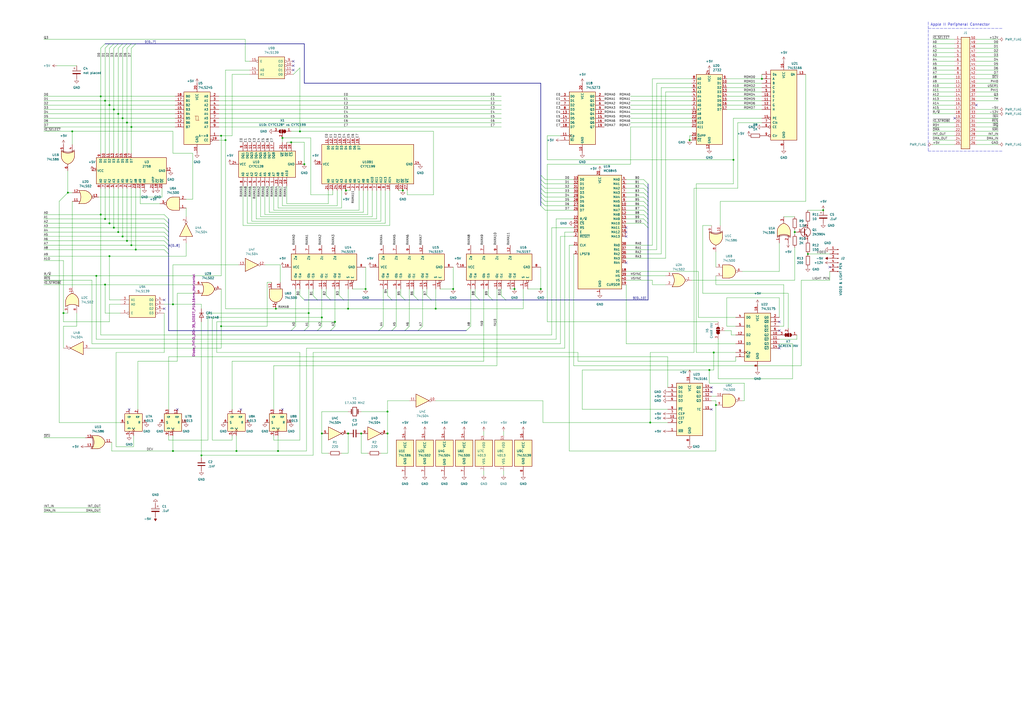
<source format=kicad_sch>
(kicad_sch (version 20211123) (generator eeschema)
  (paper "A2")
  (bus_alias "AppleII" (members))
  (junction (at 194.31 186.69))
  (junction (at 179.07 181.61))
  (junction (at 76.2 142.24))
  (junction (at 39.37 111.76))
  (junction (at 468.63 147.32))
  (junction (at 36.83 181.61))
  (junction (at 161.29 261.62))
  (junction (at 163.83 80.01))
  (junction (at 71.12 137.16))
  (junction (at 78.74 144.78))
  (junction (at 66.04 132.08))
  (junction (at 100.33 261.62))
  (junction (at 414.02 204.47))
  (junction (at 201.93 179.07))
  (junction (at 137.16 261.62))
  (junction (at 461.01 134.62))
  (junction (at 186.69 251.46))
  (junction (at 252.73 179.07))
  (junction (at 425.45 92.71))
  (junction (at 68.58 134.62))
  (junction (at 176.53 95.25))
  (junction (at 168.91 82.55))
  (junction (at 186.69 184.15))
  (junction (at 63.5 60.96))
  (junction (at 66.04 63.5))
  (junction (at 60.96 165.1))
  (junction (at 298.45 167.64))
  (junction (at 116.84 264.16))
  (junction (at 63.5 129.54))
  (junction (at 160.02 179.07))
  (junction (at 128.27 189.23))
  (junction (at 224.79 238.76))
  (junction (at 415.29 234.95))
  (junction (at 233.68 110.49))
  (junction (at 60.96 127))
  (junction (at 262.89 167.64))
  (junction (at 68.58 66.04))
  (junction (at 100.33 176.53))
  (junction (at 377.19 245.11))
  (junction (at 58.42 55.88))
  (junction (at 209.55 251.46))
  (junction (at 173.99 76.2))
  (junction (at 60.96 58.42))
  (junction (at 441.96 45.72))
  (junction (at 73.66 71.12))
  (junction (at 58.42 124.46))
  (junction (at 76.2 73.66))
  (junction (at 128.27 78.74))
  (junction (at 224.79 251.46))
  (junction (at 477.52 121.92))
  (junction (at 200.66 110.49))
  (junction (at 212.09 167.64))
  (junction (at 41.91 76.2))
  (junction (at 400.05 81.28))
  (junction (at 130.81 81.28))
  (junction (at 63.5 148.59))
  (junction (at 71.12 68.58))
  (junction (at 73.66 139.7))
  (junction (at 55.88 160.02))
  (junction (at 411.48 214.63))
  (junction (at 313.69 167.64))
  (junction (at 201.93 251.46))
  (no_connect (at 74.93 237.49))
  (no_connect (at 95.25 179.07))
  (no_connect (at 363.22 137.16))
  (no_connect (at 170.18 38.1))
  (no_connect (at 412.75 224.79))
  (no_connect (at 566.42 60.96))
  (no_connect (at 363.22 134.62))
  (no_connect (at 102.87 237.49))
  (no_connect (at 363.22 152.4))
  (no_connect (at 553.72 68.58))
  (no_connect (at 163.83 237.49))
  (no_connect (at 95.25 173.99))
  (no_connect (at 412.75 227.33))
  (no_connect (at 452.12 191.77))
  (no_connect (at 363.22 132.08))
  (no_connect (at 170.18 40.64))
  (no_connect (at 452.12 186.69))
  (no_connect (at 170.18 35.56))
  (no_connect (at 481.33 154.94))
  (no_connect (at 452.12 201.93))
  (no_connect (at 412.75 237.49))
  (no_connect (at 139.7 237.49))
  (bus_entry (at 95.25 139.7) (size 2.54 2.54))
  (bus_entry (at 173.99 171.45) (size 2.54 2.54))
  (bus_entry (at 275.59 171.45) (size 2.54 2.54))
  (bus_entry (at 316.23 114.3) (size -2.54 -2.54))
  (bus_entry (at 95.25 127) (size 2.54 2.54))
  (bus_entry (at 316.23 106.68) (size -2.54 -2.54))
  (bus_entry (at 234.95 191.77) (size 2.54 -2.54))
  (bus_entry (at 373.38 114.3) (size 2.54 2.54))
  (bus_entry (at 373.38 121.92) (size 2.54 2.54))
  (bus_entry (at 240.03 171.45) (size 2.54 2.54))
  (bus_entry (at 95.25 137.16) (size 2.54 2.54))
  (bus_entry (at 189.23 171.45) (size 2.54 2.54))
  (bus_entry (at 247.65 171.45) (size 2.54 2.54))
  (bus_entry (at 242.57 191.77) (size 2.54 -2.54))
  (bus_entry (at 95.25 144.78) (size 2.54 2.54))
  (bus_entry (at 71.12 27.94) (size 2.54 -2.54))
  (bus_entry (at 373.38 106.68) (size 2.54 2.54))
  (bus_entry (at 373.38 124.46) (size 2.54 2.54))
  (bus_entry (at 73.66 27.94) (size 2.54 -2.54))
  (bus_entry (at 168.91 191.77) (size 2.54 -2.54))
  (bus_entry (at 68.58 27.94) (size 2.54 -2.54))
  (bus_entry (at 316.23 116.84) (size -2.54 -2.54))
  (bus_entry (at 316.23 119.38) (size -2.54 -2.54))
  (bus_entry (at 60.96 27.94) (size 2.54 -2.54))
  (bus_entry (at 63.5 27.94) (size 2.54 -2.54))
  (bus_entry (at 373.38 116.84) (size 2.54 2.54))
  (bus_entry (at 184.15 191.77) (size 2.54 -2.54))
  (bus_entry (at 95.25 129.54) (size 2.54 2.54))
  (bus_entry (at 232.41 171.45) (size 2.54 2.54))
  (bus_entry (at 316.23 121.92) (size -2.54 -2.54))
  (bus_entry (at 95.25 132.08) (size 2.54 2.54))
  (bus_entry (at 373.38 127) (size 2.54 2.54))
  (bus_entry (at 373.38 109.22) (size 2.54 2.54))
  (bus_entry (at 316.23 104.14) (size -2.54 -2.54))
  (bus_entry (at 373.38 104.14) (size 2.54 2.54))
  (bus_entry (at 219.71 191.77) (size 2.54 -2.54))
  (bus_entry (at 373.38 129.54) (size 2.54 2.54))
  (bus_entry (at 224.79 171.45) (size 2.54 2.54))
  (bus_entry (at 227.33 191.77) (size 2.54 -2.54))
  (bus_entry (at 76.2 27.94) (size 2.54 -2.54))
  (bus_entry (at 290.83 171.45) (size 2.54 2.54))
  (bus_entry (at 95.25 124.46) (size 2.54 2.54))
  (bus_entry (at 191.77 191.77) (size 2.54 -2.54))
  (bus_entry (at 316.23 109.22) (size -2.54 -2.54))
  (bus_entry (at 181.61 171.45) (size 2.54 2.54))
  (bus_entry (at 373.38 119.38) (size 2.54 2.54))
  (bus_entry (at 283.21 171.45) (size 2.54 2.54))
  (bus_entry (at 95.25 134.62) (size 2.54 2.54))
  (bus_entry (at 196.85 171.45) (size 2.54 2.54))
  (bus_entry (at 316.23 111.76) (size -2.54 -2.54))
  (bus_entry (at 176.53 191.77) (size 2.54 -2.54))
  (bus_entry (at 270.51 191.77) (size 2.54 -2.54))
  (bus_entry (at 95.25 142.24) (size 2.54 2.54))
  (bus_entry (at 58.42 27.94) (size 2.54 -2.54))
  (bus_entry (at 66.04 27.94) (size 2.54 -2.54))
  (bus_entry (at 373.38 111.76) (size 2.54 2.54))
  (wire (pts (xy 128.27 189.23) (xy 154.94 189.23)))
  (wire (pts (xy 213.36 262.89) (xy 209.55 262.89)))
  (wire (pts (xy 335.28 209.55) (xy 335.28 204.47)))
  (wire (pts (xy 579.12 83.82) (xy 566.42 83.82)))
  (wire (pts (xy 252.73 167.64) (xy 252.73 179.07)))
  (wire (pts (xy 363.22 124.46) (xy 373.38 124.46)))
  (bus (pts (xy 313.69 109.22) (xy 313.69 106.68)))
  (wire (pts (xy 25.4 162.56) (xy 53.34 162.56)))
  (bus (pts (xy 313.69 116.84) (xy 313.69 114.3)))
  (wire (pts (xy 58.42 124.46) (xy 95.25 124.46)))
  (wire (pts (xy 365.76 55.88) (xy 401.32 55.88)))
  (bus (pts (xy 71.12 25.4) (xy 73.66 25.4)))
  (bus (pts (xy 234.95 191.77) (xy 242.57 191.77)))
  (wire (pts (xy 25.4 294.64) (xy 58.42 294.64)))
  (wire (pts (xy 363.22 106.68) (xy 373.38 106.68)))
  (bus (pts (xy 227.33 191.77) (xy 234.95 191.77)))
  (wire (pts (xy 330.2 261.62) (xy 415.29 261.62)))
  (wire (pts (xy 116.84 264.16) (xy 181.61 264.16)))
  (wire (pts (xy 383.54 147.32) (xy 363.22 147.32)))
  (wire (pts (xy 95.25 181.61) (xy 95.25 204.47)))
  (wire (pts (xy 405.13 184.15) (xy 405.13 157.48)))
  (wire (pts (xy 100.33 261.62) (xy 137.16 261.62)))
  (wire (pts (xy 411.48 222.25) (xy 411.48 214.63)))
  (wire (pts (xy 41.91 76.2) (xy 41.91 83.82)))
  (wire (pts (xy 127 55.88) (xy 290.83 55.88)))
  (wire (pts (xy 64.77 256.54) (xy 64.77 261.62)))
  (wire (pts (xy 60.96 165.1) (xy 113.03 165.1)))
  (wire (pts (xy 335.28 209.55) (xy 426.72 209.55)))
  (wire (pts (xy 25.4 124.46) (xy 58.42 124.46)))
  (wire (pts (xy 76.2 142.24) (xy 76.2 109.22)))
  (wire (pts (xy 365.76 58.42) (xy 401.32 58.42)))
  (wire (pts (xy 579.12 81.28) (xy 566.42 81.28)))
  (wire (pts (xy 363.22 162.56) (xy 378.46 162.56)))
  (wire (pts (xy 25.4 129.54) (xy 63.5 129.54)))
  (wire (pts (xy 481.33 162.56) (xy 464.82 162.56)))
  (wire (pts (xy 163.83 107.95) (xy 163.83 119.38)))
  (wire (pts (xy 161.29 120.65) (xy 161.29 107.95)))
  (wire (pts (xy 63.5 60.96) (xy 63.5 88.9)))
  (wire (pts (xy 73.66 71.12) (xy 73.66 88.9)))
  (wire (pts (xy 415.29 232.41) (xy 412.75 232.41)))
  (wire (pts (xy 68.58 27.94) (xy 68.58 66.04)))
  (wire (pts (xy 468.63 147.32) (xy 481.33 147.32)))
  (wire (pts (xy 151.13 125.73) (xy 151.13 107.95)))
  (bus (pts (xy 375.92 127) (xy 375.92 129.54)))
  (wire (pts (xy 107.95 140.97) (xy 107.95 148.59)))
  (wire (pts (xy 459.74 199.39) (xy 459.74 219.71)))
  (wire (pts (xy 36.83 181.61) (xy 36.83 186.69)))
  (wire (pts (xy 280.67 209.55) (xy 280.67 167.64)))
  (wire (pts (xy 441.96 43.18) (xy 441.96 45.72)))
  (wire (pts (xy 247.65 167.64) (xy 247.65 171.45)))
  (wire (pts (xy 426.72 207.01) (xy 426.72 209.55)))
  (wire (pts (xy 97.79 255.27) (xy 120.65 255.27)))
  (wire (pts (xy 378.46 45.72) (xy 378.46 142.24)))
  (wire (pts (xy 283.21 167.64) (xy 283.21 171.45)))
  (wire (pts (xy 332.74 109.22) (xy 316.23 109.22)))
  (wire (pts (xy 116.84 179.07) (xy 116.84 176.53)))
  (wire (pts (xy 415.29 165.1) (xy 415.29 160.02)))
  (wire (pts (xy 120.65 255.27) (xy 120.65 181.61)))
  (wire (pts (xy 25.4 134.62) (xy 68.58 134.62)))
  (wire (pts (xy 100.33 153.67) (xy 138.43 153.67)))
  (wire (pts (xy 25.4 127) (xy 60.96 127)))
  (wire (pts (xy 452.12 184.15) (xy 452.12 172.72)))
  (wire (pts (xy 64.77 261.62) (xy 100.33 261.62)))
  (wire (pts (xy 579.12 55.88) (xy 566.42 55.88)))
  (wire (pts (xy 363.22 199.39) (xy 363.22 165.1)))
  (bus (pts (xy 97.79 127) (xy 97.79 129.54)))
  (wire (pts (xy 134.62 43.18) (xy 144.78 43.18)))
  (wire (pts (xy 158.75 107.95) (xy 158.75 121.92)))
  (wire (pts (xy 377.19 245.11) (xy 387.35 245.11)))
  (wire (pts (xy 154.94 189.23) (xy 154.94 163.83)))
  (wire (pts (xy 71.12 27.94) (xy 71.12 68.58)))
  (wire (pts (xy 41.91 116.84) (xy 41.91 166.37)))
  (wire (pts (xy 158.75 252.73) (xy 158.75 255.27)))
  (wire (pts (xy 173.99 167.64) (xy 173.99 171.45)))
  (wire (pts (xy 63.5 148.59) (xy 107.95 148.59)))
  (wire (pts (xy 416.56 219.71) (xy 459.74 219.71)))
  (wire (pts (xy 201.93 179.07) (xy 252.73 179.07)))
  (wire (pts (xy 63.5 27.94) (xy 63.5 60.96)))
  (bus (pts (xy 63.5 25.4) (xy 66.04 25.4)))
  (wire (pts (xy 102.87 170.18) (xy 113.03 170.18)))
  (wire (pts (xy 102.87 209.55) (xy 102.87 170.18)))
  (wire (pts (xy 322.58 196.85) (xy 322.58 127)))
  (wire (pts (xy 461.01 135.89) (xy 461.01 134.62)))
  (wire (pts (xy 431.8 232.41) (xy 430.53 232.41)))
  (wire (pts (xy 381 144.78) (xy 381 48.26)))
  (wire (pts (xy 363.22 114.3) (xy 373.38 114.3)))
  (wire (pts (xy 68.58 109.22) (xy 68.58 134.62)))
  (bus (pts (xy 375.92 129.54) (xy 375.92 132.08)))
  (wire (pts (xy 97.79 237.49) (xy 97.79 207.01)))
  (bus (pts (xy 375.92 121.92) (xy 375.92 124.46)))
  (wire (pts (xy 71.12 68.58) (xy 71.12 88.9)))
  (wire (pts (xy 210.82 110.49) (xy 210.82 123.19)))
  (wire (pts (xy 128.27 78.74) (xy 127 78.74)))
  (bus (pts (xy 176.53 48.26) (xy 313.69 48.26)))
  (wire (pts (xy 218.44 110.49) (xy 218.44 127)))
  (wire (pts (xy 153.67 153.67) (xy 162.56 153.67)))
  (wire (pts (xy 220.98 262.89) (xy 224.79 262.89)))
  (wire (pts (xy 426.72 184.15) (xy 405.13 184.15)))
  (wire (pts (xy 158.75 255.27) (xy 173.99 255.27)))
  (wire (pts (xy 541.02 30.48) (xy 553.72 30.48)))
  (wire (pts (xy 407.67 130.81) (xy 407.67 170.18)))
  (wire (pts (xy 322.58 127) (xy 332.74 127)))
  (bus (pts (xy 66.04 25.4) (xy 68.58 25.4)))
  (wire (pts (xy 25.4 254) (xy 49.53 254)))
  (wire (pts (xy 541.02 73.66) (xy 553.72 73.66)))
  (wire (pts (xy 44.45 181.61) (xy 44.45 189.23)))
  (wire (pts (xy 332.74 116.84) (xy 316.23 116.84)))
  (wire (pts (xy 68.58 134.62) (xy 95.25 134.62)))
  (wire (pts (xy 255.27 167.64) (xy 262.89 167.64)))
  (wire (pts (xy 36.83 151.13) (xy 36.83 181.61)))
  (bus (pts (xy 250.19 173.99) (xy 278.13 173.99)))
  (wire (pts (xy 454.66 189.23) (xy 452.12 189.23)))
  (bus (pts (xy 97.79 139.7) (xy 97.79 142.24)))
  (wire (pts (xy 80.01 209.55) (xy 102.87 209.55)))
  (polyline (pts (xy 538.48 87.63) (xy 581.66 87.63)) (stroke (width 0) (type dash)))
  (bus (pts (xy 375.92 111.76) (xy 375.92 114.3)))
  (wire (pts (xy 60.96 127) (xy 60.96 109.22)))
  (wire (pts (xy 425.45 68.58) (xy 425.45 92.71)))
  (wire (pts (xy 25.4 165.1) (xy 60.96 165.1)))
  (wire (pts (xy 579.12 58.42) (xy 566.42 58.42)))
  (wire (pts (xy 415.29 146.05) (xy 415.29 154.94)))
  (wire (pts (xy 69.85 173.99) (xy 63.5 173.99)))
  (wire (pts (xy 93.98 114.3) (xy 93.98 109.22)))
  (wire (pts (xy 229.87 189.23) (xy 229.87 167.64)))
  (wire (pts (xy 462.28 196.85) (xy 462.28 194.31)))
  (wire (pts (xy 60.96 58.42) (xy 101.6 58.42)))
  (wire (pts (xy 92.71 118.11) (xy 81.28 118.11)))
  (wire (pts (xy 25.4 132.08) (xy 66.04 132.08)))
  (wire (pts (xy 143.51 129.54) (xy 143.51 107.95)))
  (wire (pts (xy 215.9 125.73) (xy 151.13 125.73)))
  (wire (pts (xy 337.82 214.63) (xy 411.48 214.63)))
  (wire (pts (xy 454.66 189.23) (xy 454.66 165.1)))
  (wire (pts (xy 377.19 204.47) (xy 377.19 245.11)))
  (wire (pts (xy 468.63 121.92) (xy 477.52 121.92)))
  (wire (pts (xy 81.28 118.11) (xy 81.28 109.22)))
  (wire (pts (xy 541.02 60.96) (xy 553.72 60.96)))
  (wire (pts (xy 363.22 119.38) (xy 373.38 119.38)))
  (wire (pts (xy 176.53 82.55) (xy 176.53 95.25)))
  (wire (pts (xy 116.84 264.16) (xy 116.84 265.43)))
  (wire (pts (xy 142.24 35.56) (xy 144.78 35.56)))
  (wire (pts (xy 58.42 194.31) (xy 320.04 194.31)))
  (wire (pts (xy 579.12 33.02) (xy 566.42 33.02)))
  (wire (pts (xy 186.69 184.15) (xy 186.69 189.23)))
  (wire (pts (xy 579.12 48.26) (xy 566.42 48.26)))
  (wire (pts (xy 137.16 252.73) (xy 137.16 261.62)))
  (wire (pts (xy 378.46 165.1) (xy 386.08 165.1)))
  (bus (pts (xy 227.33 173.99) (xy 234.95 173.99)))
  (wire (pts (xy 76.2 142.24) (xy 95.25 142.24)))
  (bus (pts (xy 97.79 134.62) (xy 97.79 137.16)))
  (wire (pts (xy 415.29 234.95) (xy 415.29 232.41)))
  (wire (pts (xy 158.75 212.09) (xy 288.29 212.09)))
  (wire (pts (xy 332.74 106.68) (xy 316.23 106.68)))
  (wire (pts (xy 100.33 252.73) (xy 100.33 261.62)))
  (wire (pts (xy 130.81 81.28) (xy 130.81 179.07)))
  (wire (pts (xy 25.4 63.5) (xy 66.04 63.5)))
  (wire (pts (xy 363.22 160.02) (xy 386.08 160.02)))
  (wire (pts (xy 25.4 151.13) (xy 36.83 151.13)))
  (wire (pts (xy 441.96 71.12) (xy 427.99 71.12)))
  (wire (pts (xy 365.76 63.5) (xy 401.32 63.5)))
  (wire (pts (xy 173.99 204.47) (xy 125.73 204.47)))
  (wire (pts (xy 171.45 167.64) (xy 171.45 189.23)))
  (bus (pts (xy 97.79 142.24) (xy 97.79 144.78)))
  (bus (pts (xy 242.57 173.99) (xy 250.19 173.99)))
  (wire (pts (xy 134.62 209.55) (xy 280.67 209.55)))
  (wire (pts (xy 224.79 238.76) (xy 224.79 251.46)))
  (wire (pts (xy 579.12 25.4) (xy 566.42 25.4)))
  (wire (pts (xy 153.67 124.46) (xy 213.36 124.46)))
  (wire (pts (xy 68.58 66.04) (xy 68.58 88.9)))
  (wire (pts (xy 275.59 167.64) (xy 275.59 171.45)))
  (wire (pts (xy 457.2 190.5) (xy 457.2 170.18)))
  (wire (pts (xy 137.16 261.62) (xy 161.29 261.62)))
  (wire (pts (xy 146.05 128.27) (xy 146.05 107.95)))
  (wire (pts (xy 363.22 144.78) (xy 381 144.78)))
  (wire (pts (xy 579.12 53.34) (xy 566.42 53.34)))
  (bus (pts (xy 375.92 119.38) (xy 375.92 121.92)))
  (wire (pts (xy 73.66 71.12) (xy 101.6 71.12)))
  (wire (pts (xy 541.02 35.56) (xy 553.72 35.56)))
  (wire (pts (xy 34.29 116.84) (xy 34.29 245.11)))
  (bus (pts (xy 73.66 25.4) (xy 76.2 25.4)))
  (wire (pts (xy 317.5 78.74) (xy 317.5 92.71)))
  (wire (pts (xy 154.94 163.83) (xy 157.48 163.83)))
  (wire (pts (xy 424.18 191.77) (xy 424.18 194.31)))
  (wire (pts (xy 407.67 170.18) (xy 457.2 170.18)))
  (wire (pts (xy 25.4 148.59) (xy 63.5 148.59)))
  (wire (pts (xy 39.37 111.76) (xy 39.37 99.06)))
  (wire (pts (xy 123.19 255.27) (xy 123.19 184.15)))
  (wire (pts (xy 127 66.04) (xy 290.83 66.04)))
  (wire (pts (xy 58.42 55.88) (xy 58.42 88.9)))
  (wire (pts (xy 134.62 252.73) (xy 134.62 255.27)))
  (polyline (pts (xy 538.48 16.51) (xy 581.66 16.51)) (stroke (width 0) (type dash)))
  (wire (pts (xy 63.5 129.54) (xy 63.5 109.22)))
  (wire (pts (xy 579.12 50.8) (xy 566.42 50.8)))
  (wire (pts (xy 194.31 186.69) (xy 194.31 189.23)))
  (wire (pts (xy 541.02 83.82) (xy 553.72 83.82)))
  (wire (pts (xy 402.59 204.47) (xy 377.19 204.47)))
  (wire (pts (xy 400.05 78.74) (xy 400.05 81.28)))
  (wire (pts (xy 186.69 184.15) (xy 186.69 167.64)))
  (wire (pts (xy 273.05 167.64) (xy 273.05 189.23)))
  (wire (pts (xy 421.64 58.42) (xy 441.96 58.42)))
  (wire (pts (xy 71.12 68.58) (xy 101.6 68.58)))
  (wire (pts (xy 365.76 73.66) (xy 365.76 95.25)))
  (wire (pts (xy 332.74 119.38) (xy 316.23 119.38)))
  (wire (pts (xy 579.12 22.86) (xy 566.42 22.86)))
  (bus (pts (xy 375.92 109.22) (xy 375.92 111.76)))
  (wire (pts (xy 125.73 204.47) (xy 125.73 186.69)))
  (wire (pts (xy 71.12 137.16) (xy 71.12 109.22)))
  (wire (pts (xy 541.02 38.1) (xy 553.72 38.1)))
  (wire (pts (xy 541.02 45.72) (xy 553.72 45.72)))
  (wire (pts (xy 100.33 153.67) (xy 100.33 176.53)))
  (wire (pts (xy 402.59 109.22) (xy 402.59 204.47)))
  (wire (pts (xy 173.99 76.2) (xy 251.46 76.2)))
  (wire (pts (xy 193.04 110.49) (xy 193.04 113.03)))
  (wire (pts (xy 541.02 48.26) (xy 553.72 48.26)))
  (wire (pts (xy 71.12 137.16) (xy 95.25 137.16)))
  (wire (pts (xy 425.45 68.58) (xy 441.96 68.58)))
  (wire (pts (xy 127 58.42) (xy 290.83 58.42)))
  (wire (pts (xy 461.01 162.56) (xy 401.32 162.56)))
  (bus (pts (xy 60.96 25.4) (xy 63.5 25.4)))
  (wire (pts (xy 405.13 157.48) (xy 363.22 157.48)))
  (wire (pts (xy 579.12 73.66) (xy 566.42 73.66)))
  (bus (pts (xy 97.79 147.32) (xy 97.79 191.77)))
  (wire (pts (xy 381 48.26) (xy 401.32 48.26)))
  (wire (pts (xy 189.23 167.64) (xy 189.23 171.45)))
  (wire (pts (xy 73.66 27.94) (xy 73.66 71.12)))
  (wire (pts (xy 148.59 127) (xy 148.59 107.95)))
  (bus (pts (xy 293.37 173.99) (xy 375.92 173.99)))
  (wire (pts (xy 378.46 162.56) (xy 378.46 165.1)))
  (wire (pts (xy 579.12 66.04) (xy 566.42 66.04)))
  (wire (pts (xy 179.07 181.61) (xy 179.07 189.23)))
  (wire (pts (xy 36.83 181.61) (xy 39.37 181.61)))
  (wire (pts (xy 412.75 229.87) (xy 415.29 229.87)))
  (wire (pts (xy 41.91 76.2) (xy 100.33 76.2)))
  (wire (pts (xy 186.69 262.89) (xy 186.69 251.46)))
  (wire (pts (xy 33.02 38.1) (xy 44.45 38.1)))
  (wire (pts (xy 452.12 172.72) (xy 421.64 172.72)))
  (wire (pts (xy 201.93 238.76) (xy 186.69 238.76)))
  (wire (pts (xy 363.22 129.54) (xy 373.38 129.54)))
  (wire (pts (xy 378.46 142.24) (xy 363.22 142.24)))
  (wire (pts (xy 60.96 165.1) (xy 60.96 181.61)))
  (bus (pts (xy 375.92 124.46) (xy 375.92 127)))
  (wire (pts (xy 158.75 237.49) (xy 158.75 212.09)))
  (wire (pts (xy 224.79 262.89) (xy 224.79 251.46)))
  (bus (pts (xy 76.2 25.4) (xy 78.74 25.4)))
  (wire (pts (xy 337.82 237.49) (xy 387.35 237.49)))
  (wire (pts (xy 317.5 78.74) (xy 325.12 78.74)))
  (wire (pts (xy 320.04 194.31) (xy 320.04 132.08)))
  (wire (pts (xy 60.96 181.61) (xy 69.85 181.61)))
  (wire (pts (xy 231.14 110.49) (xy 233.68 110.49)))
  (bus (pts (xy 242.57 191.77) (xy 270.51 191.77)))
  (wire (pts (xy 128.27 78.74) (xy 128.27 160.02)))
  (wire (pts (xy 236.22 110.49) (xy 236.22 113.03)))
  (bus (pts (xy 68.58 25.4) (xy 71.12 25.4)))
  (wire (pts (xy 363.22 199.39) (xy 426.72 199.39)))
  (wire (pts (xy 120.65 181.61) (xy 179.07 181.61)))
  (bus (pts (xy 191.77 173.99) (xy 199.39 173.99)))
  (wire (pts (xy 387.35 207.01) (xy 387.35 224.79)))
  (wire (pts (xy 123.19 184.15) (xy 186.69 184.15)))
  (wire (pts (xy 579.12 78.74) (xy 566.42 78.74)))
  (wire (pts (xy 53.34 162.56) (xy 53.34 199.39)))
  (wire (pts (xy 541.02 71.12) (xy 553.72 71.12)))
  (wire (pts (xy 76.2 27.94) (xy 76.2 73.66)))
  (wire (pts (xy 417.83 116.84) (xy 417.83 130.81)))
  (wire (pts (xy 421.64 172.72) (xy 421.64 189.23)))
  (bus (pts (xy 313.69 104.14) (xy 313.69 101.6)))
  (wire (pts (xy 55.88 160.02) (xy 55.88 196.85)))
  (wire (pts (xy 222.25 189.23) (xy 222.25 167.64)))
  (bus (pts (xy 176.53 173.99) (xy 184.15 173.99)))
  (wire (pts (xy 420.37 191.77) (xy 424.18 191.77)))
  (wire (pts (xy 67.31 204.47) (xy 67.31 259.08)))
  (wire (pts (xy 25.4 68.58) (xy 71.12 68.58)))
  (wire (pts (xy 76.2 73.66) (xy 76.2 88.9)))
  (wire (pts (xy 579.12 45.72) (xy 566.42 45.72)))
  (wire (pts (xy 579.12 35.56) (xy 566.42 35.56)))
  (wire (pts (xy 58.42 55.88) (xy 101.6 55.88)))
  (wire (pts (xy 421.64 53.34) (xy 441.96 53.34)))
  (wire (pts (xy 58.42 124.46) (xy 58.42 109.22)))
  (bus (pts (xy 375.92 132.08) (xy 375.92 173.99)))
  (wire (pts (xy 177.8 201.93) (xy 327.66 201.93)))
  (wire (pts (xy 63.5 176.53) (xy 69.85 176.53)))
  (bus (pts (xy 234.95 173.99) (xy 242.57 173.99)))
  (wire (pts (xy 421.64 63.5) (xy 441.96 63.5)))
  (wire (pts (xy 77.47 259.08) (xy 77.47 252.73)))
  (bus (pts (xy 313.69 119.38) (xy 313.69 116.84)))
  (wire (pts (xy 579.12 71.12) (xy 566.42 71.12)))
  (wire (pts (xy 320.04 132.08) (xy 332.74 132.08)))
  (wire (pts (xy 332.74 111.76) (xy 316.23 111.76)))
  (wire (pts (xy 186.69 238.76) (xy 186.69 251.46)))
  (wire (pts (xy 237.49 232.41) (xy 224.79 232.41)))
  (wire (pts (xy 427.99 71.12) (xy 427.99 109.22)))
  (wire (pts (xy 209.55 238.76) (xy 224.79 238.76)))
  (bus (pts (xy 313.69 114.3) (xy 313.69 111.76)))
  (wire (pts (xy 427.99 109.22) (xy 402.59 109.22)))
  (wire (pts (xy 237.49 189.23) (xy 237.49 167.64)))
  (wire (pts (xy 173.99 39.37) (xy 173.99 76.2)))
  (wire (pts (xy 170.18 43.18) (xy 173.99 39.37)))
  (wire (pts (xy 198.12 120.65) (xy 161.29 120.65)))
  (wire (pts (xy 66.04 132.08) (xy 95.25 132.08)))
  (wire (pts (xy 332.74 212.09) (xy 464.82 212.09)))
  (wire (pts (xy 365.76 73.66) (xy 401.32 73.66)))
  (wire (pts (xy 579.12 40.64) (xy 566.42 40.64)))
  (bus (pts (xy 313.69 111.76) (xy 313.69 109.22)))
  (wire (pts (xy 111.76 88.9) (xy 111.76 115.57)))
  (wire (pts (xy 414.02 204.47) (xy 414.02 214.63)))
  (wire (pts (xy 421.64 55.88) (xy 441.96 55.88)))
  (wire (pts (xy 25.4 297.18) (xy 58.42 297.18)))
  (bus (pts (xy 375.92 116.84) (xy 375.92 119.38)))
  (wire (pts (xy 78.74 144.78) (xy 95.25 144.78)))
  (wire (pts (xy 163.83 80.01) (xy 180.34 80.01)))
  (wire (pts (xy 142.24 35.56) (xy 142.24 22.86)))
  (bus (pts (xy 191.77 191.77) (xy 219.71 191.77)))
  (wire (pts (xy 163.83 80.01) (xy 163.83 82.55)))
  (wire (pts (xy 116.84 186.69) (xy 116.84 264.16)))
  (wire (pts (xy 60.96 58.42) (xy 60.96 88.9)))
  (wire (pts (xy 55.88 196.85) (xy 322.58 196.85)))
  (wire (pts (xy 411.48 214.63) (xy 414.02 214.63)))
  (wire (pts (xy 198.12 262.89) (xy 201.93 262.89)))
  (wire (pts (xy 251.46 113.03) (xy 236.22 113.03)))
  (wire (pts (xy 63.5 60.96) (xy 101.6 60.96)))
  (wire (pts (xy 52.07 201.93) (xy 128.27 201.93)))
  (wire (pts (xy 363.22 104.14) (xy 373.38 104.14)))
  (wire (pts (xy 180.34 113.03) (xy 180.34 80.01)))
  (wire (pts (xy 403.86 106.68) (xy 403.86 204.47)))
  (bus (pts (xy 78.74 25.4) (xy 176.53 25.4)))
  (wire (pts (xy 25.4 58.42) (xy 60.96 58.42)))
  (wire (pts (xy 541.02 27.94) (xy 553.72 27.94)))
  (wire (pts (xy 140.97 130.81) (xy 140.97 107.95)))
  (wire (pts (xy 251.46 76.2) (xy 251.46 113.03)))
  (wire (pts (xy 39.37 111.76) (xy 41.91 111.76)))
  (bus (pts (xy 97.79 129.54) (xy 97.79 132.08)))
  (wire (pts (xy 134.62 237.49) (xy 134.62 209.55)))
  (wire (pts (xy 190.5 262.89) (xy 186.69 262.89)))
  (bus (pts (xy 97.79 144.78) (xy 97.79 147.32)))
  (wire (pts (xy 325.12 199.39) (xy 325.12 137.16)))
  (wire (pts (xy 163.83 119.38) (xy 195.58 119.38)))
  (polyline (pts (xy 538.48 12.7) (xy 538.48 87.63)) (stroke (width 0) (type dash)))
  (wire (pts (xy 332.74 104.14) (xy 316.23 104.14)))
  (wire (pts (xy 541.02 66.04) (xy 553.72 66.04)))
  (wire (pts (xy 431.8 232.41) (xy 431.8 222.25)))
  (wire (pts (xy 541.02 33.02) (xy 553.72 33.02)))
  (wire (pts (xy 579.12 27.94) (xy 566.42 27.94)))
  (wire (pts (xy 317.5 95.25) (xy 317.5 186.69)))
  (wire (pts (xy 541.02 43.18) (xy 553.72 43.18)))
  (wire (pts (xy 78.74 109.22) (xy 78.74 144.78)))
  (wire (pts (xy 292.1 275.59) (xy 292.1 273.05)))
  (wire (pts (xy 579.12 76.2) (xy 566.42 76.2)))
  (wire (pts (xy 541.02 76.2) (xy 553.72 76.2)))
  (wire (pts (xy 421.64 189.23) (xy 426.72 189.23)))
  (wire (pts (xy 66.04 27.94) (xy 66.04 63.5)))
  (bus (pts (xy 278.13 173.99) (xy 285.75 173.99)))
  (wire (pts (xy 425.45 106.68) (xy 403.86 106.68)))
  (wire (pts (xy 579.12 63.5) (xy 566.42 63.5)))
  (wire (pts (xy 541.02 25.4) (xy 553.72 25.4)))
  (wire (pts (xy 36.83 189.23) (xy 36.83 201.93)))
  (wire (pts (xy 198.12 110.49) (xy 198.12 120.65)))
  (wire (pts (xy 424.18 194.31) (xy 426.72 194.31)))
  (wire (pts (xy 58.42 124.46) (xy 58.42 194.31)))
  (wire (pts (xy 541.02 53.34) (xy 553.72 53.34)))
  (wire (pts (xy 467.36 43.18) (xy 467.36 116.84)))
  (wire (pts (xy 166.37 82.55) (xy 168.91 82.55)))
  (wire (pts (xy 365.76 68.58) (xy 401.32 68.58)))
  (bus (pts (xy 375.92 106.68) (xy 375.92 109.22)))
  (wire (pts (xy 421.64 48.26) (xy 441.96 48.26)))
  (wire (pts (xy 288.29 212.09) (xy 288.29 167.64)))
  (wire (pts (xy 365.76 71.12) (xy 401.32 71.12)))
  (wire (pts (xy 579.12 30.48) (xy 566.42 30.48)))
  (wire (pts (xy 461.01 143.51) (xy 461.01 162.56)))
  (wire (pts (xy 209.55 262.89) (xy 209.55 251.46)))
  (wire (pts (xy 63.5 129.54) (xy 95.25 129.54)))
  (wire (pts (xy 161.29 261.62) (xy 177.8 261.62)))
  (wire (pts (xy 168.91 82.55) (xy 176.53 82.55)))
  (wire (pts (xy 481.33 157.48) (xy 481.33 162.56)))
  (wire (pts (xy 181.61 204.47) (xy 335.28 204.47)))
  (wire (pts (xy 467.36 116.84) (xy 417.83 116.84)))
  (bus (pts (xy 97.79 137.16) (xy 97.79 139.7)))
  (wire (pts (xy 541.02 63.5) (xy 553.72 63.5)))
  (wire (pts (xy 386.08 53.34) (xy 401.32 53.34)))
  (wire (pts (xy 220.98 110.49) (xy 220.98 128.27)))
  (wire (pts (xy 400.05 81.28) (xy 401.32 81.28)))
  (wire (pts (xy 262.89 167.64) (xy 262.89 154.94)))
  (wire (pts (xy 245.11 167.64) (xy 245.11 189.23)))
  (wire (pts (xy 400.05 78.74) (xy 401.32 78.74)))
  (wire (pts (xy 421.64 45.72) (xy 441.96 45.72)))
  (wire (pts (xy 127 68.58) (xy 290.83 68.58)))
  (wire (pts (xy 290.83 167.64) (xy 290.83 171.45)))
  (wire (pts (xy 166.37 118.11) (xy 166.37 107.95)))
  (wire (pts (xy 240.03 167.64) (xy 240.03 171.45)))
  (wire (pts (xy 461.01 133.35) (xy 461.01 134.62)))
  (wire (pts (xy 60.96 127) (xy 95.25 127)))
  (wire (pts (xy 76.2 73.66) (xy 101.6 73.66)))
  (wire (pts (xy 210.82 123.19) (xy 156.21 123.19)))
  (wire (pts (xy 127 60.96) (xy 290.83 60.96)))
  (wire (pts (xy 213.36 124.46) (xy 213.36 110.49)))
  (wire (pts (xy 579.12 68.58) (xy 566.42 68.58)))
  (wire (pts (xy 128.27 167.64) (xy 128.27 189.23)))
  (wire (pts (xy 53.34 199.39) (xy 325.12 199.39)))
  (wire (pts (xy 363.22 111.76) (xy 373.38 111.76)))
  (wire (pts (xy 363.22 109.22) (xy 373.38 109.22)))
  (wire (pts (xy 111.76 115.57) (xy 107.95 115.57)))
  (wire (pts (xy 73.66 139.7) (xy 95.25 139.7)))
  (wire (pts (xy 280.67 250.19) (xy 280.67 252.73)))
  (wire (pts (xy 125.73 186.69) (xy 194.31 186.69)))
  (wire (pts (xy 386.08 149.86) (xy 386.08 53.34)))
  (wire (pts (xy 414.02 204.47) (xy 426.72 204.47)))
  (wire (pts (xy 365.76 66.04) (xy 401.32 66.04)))
  (wire (pts (xy 415.29 261.62) (xy 415.29 234.95)))
  (wire (pts (xy 127 63.5) (xy 290.83 63.5)))
  (wire (pts (xy 66.04 63.5) (xy 66.04 88.9)))
  (wire (pts (xy 332.74 147.32) (xy 332.74 212.09)))
  (wire (pts (xy 100.33 76.2) (xy 100.33 88.9)))
  (wire (pts (xy 130.81 40.64) (xy 130.81 81.28)))
  (wire (pts (xy 223.52 110.49) (xy 223.52 129.54)))
  (wire (pts (xy 363.22 127) (xy 373.38 127)))
  (wire (pts (xy 363.22 116.84) (xy 373.38 116.84)))
  (bus (pts (xy 176.53 191.77) (xy 184.15 191.77)))
  (wire (pts (xy 317.5 186.69) (xy 416.56 186.69)))
  (wire (pts (xy 327.66 201.93) (xy 327.66 134.62)))
  (wire (pts (xy 292.1 250.19) (xy 292.1 252.73)))
  (wire (pts (xy 415.29 165.1) (xy 454.66 165.1)))
  (wire (pts (xy 332.74 121.92) (xy 316.23 121.92)))
  (wire (pts (xy 97.79 207.01) (xy 387.35 207.01)))
  (wire (pts (xy 332.74 142.24) (xy 330.2 142.24)))
  (wire (pts (xy 317.5 92.71) (xy 425.45 92.71)))
  (wire (pts (xy 60.96 27.94) (xy 60.96 58.42)))
  (wire (pts (xy 454.66 125.73) (xy 461.01 125.73)))
  (wire (pts (xy 232.41 167.64) (xy 232.41 171.45)))
  (wire (pts (xy 190.5 110.49) (xy 190.5 118.11)))
  (wire (pts (xy 144.78 40.64) (xy 130.81 40.64)))
  (bus (pts (xy 97.79 132.08) (xy 97.79 134.62)))
  (wire (pts (xy 63.5 148.59) (xy 63.5 173.99)))
  (wire (pts (xy 403.86 204.47) (xy 414.02 204.47)))
  (wire (pts (xy 179.07 181.61) (xy 179.07 167.64)))
  (wire (pts (xy 190.5 118.11) (xy 166.37 118.11)))
  (wire (pts (xy 224.79 232.41) (xy 224.79 238.76)))
  (wire (pts (xy 201.93 179.07) (xy 201.93 167.64)))
  (wire (pts (xy 58.42 27.94) (xy 58.42 55.88)))
  (wire (pts (xy 541.02 81.28) (xy 553.72 81.28)))
  (wire (pts (xy 158.75 121.92) (xy 208.28 121.92)))
  (wire (pts (xy 127 71.12) (xy 290.83 71.12)))
  (bus (pts (xy 285.75 173.99) (xy 293.37 173.99)))
  (wire (pts (xy 295.91 167.64) (xy 298.45 167.64)))
  (wire (pts (xy 95.25 204.47) (xy 67.31 204.47)))
  (wire (pts (xy 314.96 245.11) (xy 377.19 245.11)))
  (wire (pts (xy 162.56 153.67) (xy 162.56 163.83)))
  (wire (pts (xy 220.98 128.27) (xy 146.05 128.27)))
  (wire (pts (xy 452.12 199.39) (xy 459.74 199.39)))
  (wire (pts (xy 134.62 78.74) (xy 128.27 78.74)))
  (wire (pts (xy 25.4 71.12) (xy 73.66 71.12)))
  (wire (pts (xy 452.12 157.48) (xy 452.12 140.97)))
  (wire (pts (xy 280.67 275.59) (xy 280.67 273.05)))
  (wire (pts (xy 421.64 50.8) (xy 441.96 50.8)))
  (wire (pts (xy 25.4 160.02) (xy 55.88 160.02)))
  (bus (pts (xy 184.15 191.77) (xy 191.77 191.77)))
  (wire (pts (xy 212.09 167.64) (xy 212.09 154.94)))
  (wire (pts (xy 68.58 66.04) (xy 101.6 66.04)))
  (wire (pts (xy 464.82 162.56) (xy 464.82 212.09)))
  (wire (pts (xy 128.27 189.23) (xy 128.27 201.93)))
  (wire (pts (xy 25.4 144.78) (xy 78.74 144.78)))
  (wire (pts (xy 365.76 60.96) (xy 401.32 60.96)))
  (bus (pts (xy 219.71 191.77) (xy 227.33 191.77)))
  (wire (pts (xy 177.8 261.62) (xy 177.8 201.93)))
  (wire (pts (xy 314.96 232.41) (xy 252.73 232.41)))
  (wire (pts (xy 452.12 196.85) (xy 462.28 196.85)))
  (wire (pts (xy 303.53 167.64) (xy 303.53 179.07)))
  (wire (pts (xy 224.79 167.64) (xy 224.79 171.45)))
  (wire (pts (xy 208.28 121.92) (xy 208.28 110.49)))
  (wire (pts (xy 541.02 78.74) (xy 553.72 78.74)))
  (wire (pts (xy 67.31 259.08) (xy 77.47 259.08)))
  (wire (pts (xy 57.15 114.3) (xy 93.98 114.3)))
  (wire (pts (xy 194.31 186.69) (xy 194.31 167.64)))
  (wire (pts (xy 66.04 63.5) (xy 101.6 63.5)))
  (wire (pts (xy 579.12 38.1) (xy 566.42 38.1)))
  (wire (pts (xy 541.02 40.64) (xy 553.72 40.64)))
  (bus (pts (xy 199.39 173.99) (xy 227.33 173.99)))
  (wire (pts (xy 337.82 214.63) (xy 337.82 237.49)))
  (wire (pts (xy 181.61 167.64) (xy 181.61 171.45)))
  (wire (pts (xy 314.96 245.11) (xy 314.96 232.41)))
  (wire (pts (xy 173.99 76.2) (xy 168.91 76.2)))
  (wire (pts (xy 421.64 60.96) (xy 441.96 60.96)))
  (wire (pts (xy 160.02 179.07) (xy 201.93 179.07)))
  (wire (pts (xy 63.5 186.69) (xy 63.5 176.53)))
  (wire (pts (xy 25.4 73.66) (xy 76.2 73.66)))
  (wire (pts (xy 127 73.66) (xy 290.83 73.66)))
  (wire (pts (xy 204.47 167.64) (xy 212.09 167.64)))
  (wire (pts (xy 579.12 43.18) (xy 566.42 43.18)))
  (bus (pts (xy 313.69 48.26) (xy 313.69 101.6)))
  (wire (pts (xy 25.4 142.24) (xy 76.2 142.24)))
  (wire (pts (xy 193.04 113.03) (xy 180.34 113.03)))
  (wire (pts (xy 25.4 76.2) (xy 41.91 76.2)))
  (wire (pts (xy 201.93 262.89) (xy 201.93 251.46)))
  (wire (pts (xy 25.4 60.96) (xy 63.5 60.96)))
  (wire (pts (xy 130.81 179.07) (xy 160.02 179.07)))
  (wire (pts (xy 196.85 167.64) (xy 196.85 171.45)))
  (wire (pts (xy 541.02 50.8) (xy 553.72 50.8)))
  (wire (pts (xy 330.2 142.24) (xy 330.2 261.62)))
  (wire (pts (xy 34.29 245.11) (xy 69.85 245.11)))
  (wire (pts (xy 34.29 116.84) (xy 39.37 111.76)))
  (wire (pts (xy 411.48 222.25) (xy 431.8 222.25)))
  (wire (pts (xy 55.88 160.02) (xy 128.27 160.02)))
  (wire (pts (xy 181.61 264.16) (xy 181.61 204.47)))
  (bus (pts (xy 176.53 48.26) (xy 176.53 25.4)))
  (wire (pts (xy 325.12 137.16) (xy 332.74 137.16)))
  (wire (pts (xy 412.75 130.81) (xy 407.67 130.81)))
  (bus (pts (xy 168.91 191.77) (xy 176.53 191.77)))
  (wire (pts (xy 332.74 114.3) (xy 316.23 114.3)))
  (wire (pts (xy 100.33 88.9) (xy 111.76 88.9)))
  (wire (pts (xy 134.62 43.18) (xy 134.62 78.74)))
  (wire (pts (xy 173.99 255.27) (xy 173.99 204.47)))
  (wire (pts (xy 215.9 110.49) (xy 215.9 125.73)))
  (wire (pts (xy 226.06 130.81) (xy 140.97 130.81)))
  (wire (pts (xy 107.95 125.73) (xy 107.95 120.65)))
  (wire (pts (xy 195.58 119.38) (xy 195.58 110.49)))
  (wire (pts (xy 541.02 58.42) (xy 553.72 58.42)))
  (wire (pts (xy 313.69 167.64) (xy 313.69 154.94)))
  (wire (pts (xy 363.22 121.92) (xy 373.38 121.92)))
  (wire (pts (xy 25.4 66.04) (xy 68.58 66.04)))
  (wire (pts (xy 365.76 95.25) (xy 317.5 95.25)))
  (wire (pts (xy 25.4 22.86) (xy 142.24 22.86)))
  (wire (pts (xy 25.4 139.7) (xy 73.66 139.7)))
  (wire (pts (xy 306.07 167.64) (xy 313.69 167.64)))
  (wire (pts (xy 44.45 189.23) (xy 36.83 189.23)))
  (wire (pts (xy 97.79 252.73) (xy 97.79 255.27)))
  (wire (pts (xy 36.83 186.69) (xy 63.5 186.69)))
  (wire (pts (xy 153.67 107.95) (xy 153.67 124.46)))
  (bus (pts (xy 375.92 114.3) (xy 375.92 116.84)))
  (wire (pts (xy 363.22 149.86) (xy 386.08 149.86)))
  (wire (pts (xy 218.44 127) (xy 148.59 127)))
  (wire (pts (xy 226.06 110.49) (xy 226.06 130.81)))
  (bus (pts (xy 184.15 173.99) (xy 191.77 173.99)))
  (wire (pts (xy 425.45 92.71) (xy 425.45 106.68)))
  (wire (pts (xy 452.12 157.48) (xy 430.53 157.48)))
  (wire (pts (xy 25.4 137.16) (xy 71.12 137.16)))
  (bus (pts (xy 313.69 106.68) (xy 313.69 104.14)))
  (wire (pts (xy 401.32 50.8) (xy 383.54 50.8)))
  (wire (pts (xy 541.02 55.88) (xy 553.72 55.88)))
  (wire (pts (xy 156.21 123.19) (xy 156.21 107.95)))
  (wire (pts (xy 80.01 237.49) (xy 80.01 209.55)))
  (wire (pts (xy 25.4 55.88) (xy 58.42 55.88)))
  (wire (pts (xy 134.62 255.27) (xy 123.19 255.27)))
  (wire (pts (xy 95.25 176.53) (xy 100.33 176.53)))
  (wire (pts (xy 383.54 50.8) (xy 383.54 147.32)))
  (wire (pts (xy 401.32 45.72) (xy 378.46 45.72)))
  (wire (pts (xy 66.04 132.08) (xy 66.04 109.22)))
  (wire (pts (xy 116.84 176.53) (xy 100.33 176.53)))
  (wire (pts (xy 73.66 109.22) (xy 73.66 139.7)))
  (bus (pts (xy 97.79 191.77) (xy 168.91 191.77)))
  (wire (pts (xy 223.52 129.54) (xy 143.51 129.54)))
  (wire (pts (xy 130.81 81.28) (xy 127 81.28)))
  (wire (pts (xy 200.66 110.49) (xy 203.2 110.49)))
  (wire (pts (xy 161.29 261.62) (xy 161.29 252.73)))
  (wire (pts (xy 327.66 134.62) (xy 332.74 134.62)))
  (wire (pts (xy 416.56 196.85) (xy 416.56 219.71)))
  (wire (pts (xy 541.02 22.86) (xy 553.72 22.86)))
  (wire (pts (xy 252.73 179.07) (xy 303.53 179.07)))
  (text "Apple II Peripheral Connector" (at 539.75 15.24 0) (effects (font (size 1.524 1.524)) (justify left bottom)))
  (label "E6" (at 325.12 71.12 180))
  (label "~{DEV}" (at 579.12 45.72 180))
  (label "B9" (at 283.21 171.45 90))
  (label "B5" (at 368.3 116.84 0))
  (label "D1" (at 25.4 58.42 0))
  (label "A1" (at 541.02 27.94 0))
  (label "A5" (at 25.4 137.16 0))
  (label "D3" (at 579.12 33.02 180))
  (label "~{NMI}" (at 579.12 76.2 180))
  (label "~{DMA}" (at 541.02 76.2 0))
  (label "ROMD2" (at 438.15 50.8 180))
  (label "E3" (at 148.59 82.55 90))
  (label "B6" (at 240.03 171.45 90))
  (label "B2" (at 189.23 171.45 90))
  (label "D3" (at 327.66 111.76 0))
  (label "D7" (at 327.66 121.92 0))
  (label "RA1" (at 372.11 144.78 180))
  (label "~{RES}" (at 579.12 71.12 180))
  (label "RAMA7" (at 245.11 142.24 90))
  (label "D1" (at 327.66 106.68 0))
  (label "ROMA5" (at 350.52 68.58 0))
  (label "B6" (at 368.3 119.38 0))
  (label "E6" (at 205.74 80.01 90))
  (label "A0" (at 171.45 189.23 90))
  (label "E2" (at 146.05 82.55 90))
  (label "D2" (at 63.5 30.48 270))
  (label "E4" (at 325.12 66.04 180))
  (label "E0" (at 284.48 55.88 0))
  (label "E5" (at 284.48 68.58 0))
  (label "E7" (at 284.48 73.66 0))
  (label "ROMD1" (at 438.15 48.26 180))
  (label "B0" (at 173.99 171.45 90))
  (label "E4" (at 200.66 80.01 90))
  (label "A3" (at 194.31 189.23 90))
  (label "DMA_OUT" (at 541.02 81.28 0))
  (label "D2" (at 579.12 30.48 180))
  (label "A2" (at 25.4 129.54 0))
  (label "ROMA1" (at 365.76 58.42 180))
  (label "PHI1" (at 579.12 53.34 180))
  (label "A8" (at 541.02 45.72 0))
  (label "E4" (at 284.48 66.04 0))
  (label "E1" (at 284.48 58.42 0))
  (label "RAMA7" (at 163.83 107.95 270))
  (label "E7" (at 158.75 82.55 90))
  (label "RAMA5" (at 229.87 142.24 90))
  (label "INT_OUT" (at 58.42 294.64 180))
  (label "R{slash}~{W}" (at 541.02 66.04 0))
  (label "RAMA9" (at 140.97 107.95 270))
  (label "DEV" (at 85.09 261.62 0))
  (label "D4" (at 25.4 66.04 0))
  (label "RAMA0" (at 153.67 107.95 270))
  (label "fA10" (at 288.29 189.23 90))
  (label "B3" (at 196.85 171.45 90))
  (label "ROMA5" (at 365.76 68.58 180))
  (label "DMA_OUT" (at 58.42 297.18 180))
  (label "B9" (at 368.3 127 0))
  (label "B3" (at 368.3 111.76 0))
  (label "E5" (at 153.67 82.55 90))
  (label "A15" (at 541.02 63.5 0))
  (label "RDY" (at 541.02 73.66 0))
  (label "A11" (at 541.02 53.34 0))
  (label "-12V" (at 579.12 66.04 180))
  (label "D2" (at 25.4 60.96 0))
  (label "RAMA2" (at 151.13 107.95 270))
  (label "B7" (at 247.65 171.45 90))
  (label "D5" (at 327.66 116.84 0))
  (label "D3" (at 25.4 63.5 0))
  (label "E3" (at 199.39 63.5 0))
  (label "E2" (at 284.48 60.96 0))
  (label "A4" (at 25.4 134.62 0))
  (label "E2" (at 199.39 60.96 0))
  (label "RAMA0" (at 171.45 142.24 90))
  (label "A14" (at 541.02 60.96 0))
  (label "E4" (at 199.39 66.04 0))
  (label "B[0..10]" (at 367.03 173.99 0))
  (label "D2" (at 327.66 109.22 0))
  (label "A10" (at 25.4 151.13 0))
  (label "E7" (at 199.39 73.66 0))
  (label "D1" (at 579.12 27.94 180))
  (label "E4" (at 151.13 82.55 90))
  (label "A9" (at 25.4 148.59 0))
  (label "PHI0" (at 579.12 48.26 180))
  (label "E2" (at 195.58 80.01 90))
  (label "ROMD6" (at 438.15 60.96 180))
  (label "E5" (at 203.2 80.01 90))
  (label "D6" (at 579.12 40.64 180))
  (label "GND" (at 579.12 83.82 180))
  (label "D0" (at 327.66 104.14 0))
  (label "RA2" (at 372.11 147.32 180))
  (label "ROMA7" (at 365.76 73.66 180))
  (label "A1" (at 179.07 189.23 90))
  (label "R{slash}~{W}" (at 25.4 160.02 0))
  (label "D3" (at 66.04 30.48 270))
  (label "D7" (at 25.4 73.66 0))
  (label "RA3" (at 372.11 149.86 180))
  (label "A3" (at 25.4 132.08 0))
  (label "fA9" (at 280.67 189.23 90))
  (label "D1" (at 60.96 30.48 270))
  (label "E3" (at 325.12 63.5 180))
  (label "A1" (at 25.4 127 0))
  (label "ROMA0" (at 365.76 55.88 180))
  (label "~{DEV}" (at 25.4 254 0))
  (label "D0" (at 25.4 55.88 0))
  (label "DMA_IN" (at 25.4 297.18 0))
  (label "RAMA8" (at 143.51 107.95 270))
  (label "INT_OUT" (at 541.02 78.74 0))
  (label "A[0..8]" (at 97.79 143.51 0))
  (label "E5" (at 325.12 68.58 180))
  (label "A13" (at 541.02 58.42 0))
  (label "ROMA4" (at 365.76 66.04 180))
  (label "B1" (at 368.3 106.68 0))
  (label "ROMA3" (at 365.76 63.5 180))
  (label "E3" (at 198.12 80.01 90))
  (label "E0" (at 190.5 80.01 90))
  (label "A12" (at 541.02 55.88 0))
  (label "D4" (at 579.12 35.56 180))
  (label "RAMA9" (at 280.67 142.24 90))
  (label "A5" (at 541.02 38.1 0))
  (label "RAMA6" (at 237.49 142.24 90))
  (label "A9" (at 541.02 48.26 0))
  (label "RAMA11" (at 295.91 142.24 90))
  (label "D[0..7]" (at 83.82 25.4 0))
  (label "B4" (at 224.79 170.18 90))
  (label "A2" (at 541.02 30.48 0))
  (label "D7" (at 76.2 30.48 270))
  (label "A6" (at 237.49 189.23 90))
  (label "INT_IN" (at 579.12 78.74 180))
  (label "E3" (at 284.48 63.5 0))
  (label "D7" (at 579.12 43.18 180))
  (label "Q3" (at 25.4 22.86 0))
  (label "D6" (at 73.66 30.48 270))
  (label "RAMA11" (at 205.74 110.49 270))
  (label "RAMA2" (at 186.69 142.24 90))
  (label "ROMA6" (at 350.52 71.12 0))
  (label "ROMA1" (at 350.52 58.42 0))
  (label "RAMA10" (at 288.29 142.24 90))
  (label "B2" (at 368.3 109.22 0))
  (label "A6" (at 541.02 40.64 0))
  (label "LIGHT PEN" (at 471.17 162.56 0))
  (label "~{IO_SELECT}" (at 25.4 76.2 0))
  (label "RAMAB" (at 161.29 179.07 0))
  (label "~{IO_STROBE}" (at 541.02 71.12 0))
  (label "B4" (at 368.3 114.3 0))
  (label "A8" (at 25.4 144.78 0))
  (label "B5" (at 232.41 171.45 90))
  (label "~{INH}" (at 579.12 68.58 180))
  (label "B8" (at 275.59 171.45 90))
  (label "E1" (at 325.12 58.42 180))
  (label "~{IO_STROBE}" (at 25.4 165.1 0))
  (label "Q3" (at 579.12 55.88 180))
  (label "RA0" (at 372.11 142.24 180))
  (label "ROMA2" (at 365.76 60.96 180))
  (label "A0" (at 541.02 25.4 0))
  (label "HSYNC" (at 372.11 160.02 180))
  (label "+5V" (at 541.02 83.82 0))
  (label "RAMA4" (at 161.29 107.95 270))
  (label "DMA_IN" (at 579.12 81.28 180))
  (label "A7" (at 541.02 43.18 0))
  (label "D6" (at 25.4 71.12 0))
  (label "INT_IN" (at 25.4 294.64 0))
  (label "E7" (at 325.12 73.66 180))
  (label "D0" (at 58.42 30.48 270))
  (label "VIDEO" (at 473.71 147.32 0))
  (label "B7" (at 368.3 121.92 0))
  (label "B8" (at 368.3 124.46 0))
  (label "A10" (at 541.02 50.8 0))
  (label "7M" (at 579.12 58.42 180))
  (label "E1" (at 193.04 80.01 90))
  (label "RAMA1" (at 166.37 107.95 270))
  (label "A4" (at 222.25 189.23 90))
  (label "RAMA10" (at 148.59 107.95 270))
  (label "E6" (at 199.39 71.12 0))
  (label "A3" (at 541.02 33.02 0))
  (label "VSYNC" (at 372.11 162.56 180))
  (label "ROMA3" (at 350.52 63.5 0))
  (label "ROMD3" (at 438.15 53.34 180))
  (label "RAMA5" (at 158.75 107.95 270))
  (label "~{IO_SELECT}" (at 541.02 22.86 0))
  (label "ROMD0" (at 438.15 45.72 180))
  (label "D5" (at 25.4 68.58 0))
  (label "D5" (at 71.12 30.48 270))
  (label "RAMA8" (at 273.05 142.24 90))
  (label "E1" (at 199.39 58.42 0))
  (label "ROMD4" (at 438.15 55.88 180))
  (label "A6" (at 25.4 139.7 0))
  (label "B10" (at 290.83 171.45 90))
  (label "ROMA7" (at 350.52 73.66 0))
  (label "E6" (at 284.48 71.12 0))
  (label "A7" (at 245.11 189.23 90))
  (label "B0" (at 368.3 104.14 0))
  (label "B10" (at 368.3 129.54 0))
  (label "~{RES}" (at 25.4 162.56 0))
  (label "ROMD5" (at 438.15 58.42 180))
  (label "D4" (at 68.58 30.48 270))
  (label "RAMA3" (at 194.31 142.24 90))
  (label "A4" (at 541.02 35.56 0))
  (label "ROMA4" (at 350.52 66.04 0))
  (label "D4" (at 327.66 114.3 0))
  (label "+12V" (at 579.12 22.86 180))
  (label "A8" (at 273.05 189.23 90))
  (label "D6" (at 327.66 119.38 0))
  (label "A5" (at 229.87 189.23 90))
  (label "ROMA0" (at 350.52 55.88 0))
  (label "E6" (at 156.21 82.55 90))
  (label "D0" (at 579.12 25.4 180))
  (label "D5" (at 579.12 38.1 180))
  (label "ROMD7" (at 438.15 63.5 180))
  (label "A2" (at 186.69 189.23 90))
  (label "ROMA6" (at 365.76 71.12 180))
  (label "USER1" (at 579.12 50.8 180))
  (label "A7" (at 25.4 142.24 0))
  (label "E5" (at 199.39 68.58 0))
  (label "ROMA2" (at 350.52 60.96 0))
  (label "RAMA6" (at 146.05 107.95 270))
  (label "E0" (at 325.12 55.88 180))
  (label "-5V" (at 579.12 63.5 180))
  (label "E7" (at 208.28 80.01 90))
  (label "E0" (at 140.97 82.55 90))
  (label "RAMA1" (at 179.07 142.24 90))
  (label "B1" (at 181.61 171.45 90))
  (label "~{IRQ}" (at 579.12 73.66 180))
  (label "RAMA3" (at 156.21 107.95 270))
  (label "RAMA4" (at 222.25 142.24 90))
  (label "E2" (at 325.12 60.96 180))
  (label "A0" (at 25.4 124.46 0))
  (label "E1" (at 143.51 82.55 90))
  (label "E0" (at 199.39 55.88 0))
  (symbol (lib_id "power:GND") (at 387.35 232.41 270) (unit 1)
    (property "Reference" "#PWR0160" (effects hide))
    (property "Value" "GND" (at 383.54 232.4099 90) (effects (justify right)))
  )
  (symbol (lib_id "power:+5V") (at 88.9 109.22 180) (unit 1)
    (property "Reference" "#PWR0107" (effects hide))
    (property "Value" "+5V" (at 88.9 115.57 0))
  )
  (symbol (lib_id "power:GND") (at 90.17 292.1 0) (mirror x) (unit 1)
    (property "Reference" "#PWR0111" (effects hide))
    (property "Value" "GND" (at 90.17 287.02 0))
  )
  (symbol (lib_id "power:GND") (at 292.1 275.59 0) (unit 1)
    (property "Reference" "#PWR0173" (effects hide))
    (property "Value" "GND" (at 292.1 280.67 0))
  )
  (symbol (lib_id "power:GND") (at 400.05 257.81 0) (unit 1)
    (property "Reference" "#PWR0161" (effects hide))
    (property "Value" "GND" (at 403.86 259.08 0))
  )
  (symbol (lib_id "power:+5V") (at 387.35 250.19 90) (unit 1)
    (property "Reference" "#PWR0163" (effects hide))
    (property "Value" "+5V" (at 383.54 250.1899 90) (effects (justify left)))
  )
  (symbol (lib_id "power:GND") (at 129.54 245.11 0) (unit 1)
    (property "Reference" "#PWR0118" (effects hide))
    (property "Value" "GND" (at 129.54 250.19 0))
  )
  (symbol (lib_id "power:+5V") (at 265.43 154.94 0) (unit 1)
    (property "Reference" "#PWR0138" (effects hide))
    (property "Value" "+5V" (at 265.43 149.86 0))
  )
  (symbol (lib_id "74xx:74LS02") (at 120.65 167.64 0) (mirror x) (unit 2)
    (property "Reference" "U2" (at 120.65 158.75 0))
    (property "Value" "74LS02" (at 120.65 161.29 0))
    (property "Footprint" "MyPackages:DIP-14_W7.62mm" (effects hide))
    (property "Datasheet" "http://www.ti.com/lit/gpn/sn74ls02" (effects hide))
  )
  (symbol (lib_id "74xx:74LS86") (at 234.95 262.89 0) (unit 5)
    (property "Reference" "U1" (at 231.14 261.62 0) (effects (justify left)))
    (property "Value" "74LS86" (at 231.14 264.16 0) (effects (justify left)))
    (property "Footprint" "MyPackages:DIP-14_W7.62mm" (effects hide))
    (property "Datasheet" "74xx/74ls86.pdf" (effects hide))
  )
  (symbol (lib_id "Device:C") (at 116.84 269.24 0) (unit 1)
    (property "Reference" "C2" (at 120.65 267.9699 0) (effects (justify left)))
    (property "Value" ".1nF" (at 120.65 270.5099 0) (effects (justify left)))
    (property "Footprint" "MyPassives:C_Axial_L2.6mm_D1.8mm_P6.35mm_Horizontal" (effects hide))
  )
  (symbol (lib_id "power:+5V") (at 477.52 121.92 0) (unit 1)
    (property "Reference" "#PWR0153" (effects hide))
    (property "Value" "+5V" (at 477.52 116.84 0))
  )
  (symbol (lib_id "Device:R") (at 468.63 151.13 0) (unit 1)
    (property "Reference" "R13" (at 466.09 149.8599 0) (effects (justify right)))
    (property "Value" "200" (at 466.09 152.3999 0) (effects (justify right)))
    (property "Footprint" "MyPassives:R_Axial_DIN0207_L6.3mm_D2.5mm_P10.16mm_Horizontal" (effects hide))
  )
  (symbol (lib_id "power:GND") (at 387.35 227.33 270) (unit 1)
    (property "Reference" "#PWR0164" (effects hide))
    (property "Value" "GND" (at 383.54 227.3299 90) (effects (justify right)))
  )
  (symbol (lib_id "74xx:74LS86") (at 57.15 256.54 0) (unit 4)
    (property "Reference" "U1" (at 56.8452 247.65 0))
    (property "Value" "74LS86" (at 56.8452 250.19 0))
    (property "Footprint" "MyPackages:DIP-14_W7.62mm" (effects hide))
    (property "Datasheet" "74xx/74ls86.pdf" (effects hide))
  )
  (symbol (lib_id "power:PWR_FLAG") (at 579.12 63.5 270) (unit 1)
    (property "Reference" "#FLG0106" (effects hide))
    (property "Value" "PWR_FLAG" (at 582.93 63.4999 90) (effects (justify left)))
  )
  (symbol (lib_id "74xx:74LS245") (at 114.3 68.58 0) (mirror y) (unit 1)
    (property "Reference" "U5" (at 114.8206 48.26 0) (effects (justify right)))
    (property "Value" "74LS245" (at 114.8206 50.8 0) (effects (justify right)))
    (property "Footprint" "MyPackages:DIP-20_W7.62mm" (effects hide))
    (property "Datasheet" "http://www.ti.com/lit/gpn/sn74LS245" (effects hide))
  )
  (symbol (lib_id "power:+5V") (at 269.24 250.19 0) (unit 1)
    (property "Reference" "#PWR0169" (effects hide))
    (property "Value" "+5V" (at 269.24 245.11 0))
  )
  (symbol (lib_id "power:PWR_FLAG") (at 579.12 66.04 270) (unit 1)
    (property "Reference" "#FLG0105" (effects hide))
    (property "Value" "PWR_FLAG" (at 582.93 66.0399 90) (effects (justify left)))
  )
  (symbol (lib_id "power:+5V") (at 292.1 250.19 0) (unit 1)
    (property "Reference" "#PWR0174" (effects hide))
    (property "Value" "+5V" (at 292.1 245.11 0))
  )
  (symbol (lib_id "power:GND") (at 107.95 245.11 0) (unit 1)
    (property "Reference" "#PWR0128" (effects hide))
    (property "Value" "GND" (at 107.95 250.19 0))
  )
  (symbol (lib_id "Device:C_Polarized") (at 90.17 295.91 0) (mirror y) (unit 1)
    (property "Reference" "C1" (at 93.98 293.7509 0) (effects (justify right)))
    (property "Value" ".1uF" (at 93.98 296.2909 0) (effects (justify right)))
    (property "Footprint" "MyPassives:CP_Radial_Tantal_D4.5mm_P6.35mm" (effects hide))
  )
  (symbol (lib_id "74xx:74LS04") (at 194.31 251.46 0) (unit 3)
    (property "Reference" "U4" (at 194.31 242.57 0))
    (property "Value" "74LS04" (at 194.31 245.11 0))
    (property "Footprint" "MyPackages:DIP-14_W7.62mm" (effects hide))
    (property "Datasheet" "http://www.ti.com/lit/gpn/sn74LS04" (effects hide))
  )
  (symbol (lib_id "power:+5V") (at 33.02 38.1 90) (unit 1)
    (property "Reference" "#PWR0105" (effects hide))
    (property "Value" "+5V" (at 29.21 38.0999 90) (effects (justify left)))
  )
  (symbol (lib_id "power:GND") (at 144.78 245.11 0) (unit 1)
    (property "Reference" "#PWR0119" (effects hide))
    (property "Value" "GND" (at 144.78 250.19 0))
  )
  (symbol (lib_id "MyPassives:SolderJumper_3_Bridged23") (at 457.2 194.31 180) (unit 1)
    (property "Reference" "X7" (at 457.2 198.12 0))
    (property "Value" "SCREEN INV" (at 457.2 200.66 0))
    (property "Footprint" "MyPassives:SolderJumper-3_Pie_Bridged23" (effects hide))
  )
  (symbol (lib_id "power:+5V") (at 182.88 95.25 0) (unit 1)
    (property "Reference" "#PWR0114" (effects hide))
    (property "Value" "+5V" (at 182.88 90.17 0))
  )
  (symbol (lib_id "74xx:74LS00") (at 422.91 157.48 0) (mirror x) (unit 2)
    (property "Reference" "U6" (at 422.91 148.59 0))
    (property "Value" "74LS00" (at 422.91 151.13 0))
    (property "Footprint" "MyPackages:DIP-14_W7.62mm" (effects hide))
    (property "Datasheet" "http://www.ti.com/lit/gpn/sn74ls00" (effects hide))
  )
  (symbol (lib_id "power:GND") (at 477.52 129.54 0) (unit 1)
    (property "Reference" "#PWR0152" (effects hide))
    (property "Value" "GND" (at 480.06 130.8099 0) (effects (justify left)))
  )
  (symbol (lib_id "74xx:74LS139") (at 303.53 262.89 0) (unit 3)
    (property "Reference" "U9" (at 299.72 261.62 0) (effects (justify left)))
    (property "Value" "74LS139" (at 299.72 264.16 0) (effects (justify left)))
    (property "Footprint" "MyPackages:DIP-16_W7.62mm" (effects hide))
    (property "Datasheet" "http://www.ti.com/lit/ds/symlink/sn74ls139a.pdf" (effects hide))
  )
  (symbol (lib_id "power:GND") (at 116.84 273.05 0) (unit 1)
    (property "Reference" "#PWR0129" (effects hide))
    (property "Value" "GND" (at 116.84 278.13 0))
  )
  (symbol (lib_id "power:GND") (at 114.3 88.9 0) (unit 1)
    (property "Reference" "#PWR0102" (effects hide))
    (property "Value" "GND" (at 114.3 93.98 0))
  )
  (symbol (lib_id "Device:R") (at 468.63 125.73 0) (unit 1)
    (property "Reference" "R11" (at 471.17 124.4599 0) (effects (justify left)))
    (property "Value" "10" (at 471.17 126.9999 0) (effects (justify left)))
    (property "Footprint" "MyPassives:R_Axial_DIN0207_L6.3mm_D2.5mm_P10.16mm_Horizontal" (effects hide))
  )
  (symbol (lib_id "power:GND") (at 233.68 110.49 0) (unit 1)
    (property "Reference" "#PWR0116" (effects hide))
    (property "Value" "GND" (at 233.68 115.57 0))
  )
  (symbol (lib_id "Apple II:Apple II Expansion Bus") (at 560.07 53.34 0) (unit 1)
    (property "Reference" "J1" (at 560.07 19.05 0))
    (property "Value" "Apple II Expansion Bus" (effects hide))
    (property "Footprint" "Apple_II:Apple II Expansion Edge Connector" (effects hide))
  )
  (symbol (lib_id "74xx:74LS02") (at 246.38 262.89 0) (unit 5)
    (property "Reference" "U2" (at 242.57 261.62 0) (effects (justify left)))
    (property "Value" "74LS02" (at 242.57 264.16 0) (effects (justify left)))
    (property "Footprint" "MyPackages:DIP-14_W7.62mm" (effects hide))
    (property "Datasheet" "http://www.ti.com/lit/gpn/sn74ls02" (effects hide))
  )
  (symbol (lib_id "power:GND") (at 454.66 86.36 0) (unit 1)
    (property "Reference" "#PWR0185" (effects hide))
    (property "Value" "GND" (at 454.66 91.44 0))
  )
  (symbol (lib_id "74xx:74LS00") (at 100.33 118.11 180) (unit 1)
    (property "Reference" "U6" (at 100.33 109.22 0))
    (property "Value" "74LS00" (at 100.33 111.76 0))
    (property "Footprint" "MyPackages:DIP-14_W7.62mm" (effects hide))
    (property "Datasheet" "http://www.ti.com/lit/gpn/sn74ls00" (effects hide))
  )
  (symbol (lib_id "power:+5V") (at 337.82 48.26 0) (unit 1)
    (property "Reference" "#PWR0151" (effects hide))
    (property "Value" "+5V" (at 337.82 43.18 0))
  )
  (symbol (lib_id "power:GND") (at 85.09 245.11 0) (unit 1)
    (property "Reference" "#PWR0126" (effects hide))
    (property "Value" "GND" (at 85.09 250.19 0))
  )
  (symbol (lib_id "power:+5V") (at 133.35 95.25 0) (unit 1)
    (property "Reference" "#PWR0106" (effects hide))
    (property "Value" "+5V" (at 133.35 90.17 0))
  )
  (symbol (lib_id "4xxx:4013") (at 100.33 245.11 90) (unit 2)
    (property "Reference" "U7" (at 109.22 241.5286 90))
    (property "Value" "4013" (at 109.22 244.0686 90))
    (property "Footprint" "MyPackages:DIP-14_W7.62mm" (effects hide))
    (property "Datasheet" "http://www.onsemi.com/pub/Collateral/MC14013B-D.PDF" (effects hide))
  )
  (symbol (lib_id "power:GND") (at 269.24 275.59 0) (unit 1)
    (property "Reference" "#PWR0171" (effects hide))
    (property "Value" "GND" (at 269.24 280.67 0))
  )
  (symbol (lib_id "power:+5V") (at 400.05 217.17 0) (unit 1)
    (property "Reference" "#PWR0159" (effects hide))
    (property "Value" "+5V" (at 396.24 215.9 0))
  )
  (symbol (lib_id "power:+12V") (at 481.33 152.4 90) (unit 1)
    (property "Reference" "#PWR0154" (effects hide))
    (property "Value" "+12V" (at 477.52 152.3999 90) (effects (justify left)))
  )
  (symbol (lib_id "power:GND") (at 262.89 167.64 0) (unit 1)
    (property "Reference" "#PWR0141" (effects hide))
    (property "Value" "GND" (at 262.89 172.72 0))
  )
  (symbol (lib_id "power:GND") (at 257.81 275.59 0) (unit 1)
    (property "Reference" "#PWR0180" (effects hide))
    (property "Value" "GND" (at 257.81 280.67 0))
  )
  (symbol (lib_id "power:+5V") (at 454.66 35.56 0) (unit 1)
    (property "Reference" "#PWR0181" (effects hide))
    (property "Value" "+5V" (at 454.66 30.48 0))
  )
  (symbol (lib_id "power:GND") (at 347.98 170.18 0) (unit 1)
    (property "Reference" "#PWR0146" (effects hide))
    (property "Value" "GND" (at 347.98 176.53 0))
  )
  (symbol (lib_id "74xx:74LS273") (at 337.82 68.58 0) (unit 1)
    (property "Reference" "U18" (at 339.8394 48.26 0) (effects (justify left)))
    (property "Value" "74LS273" (at 339.8394 50.8 0) (effects (justify left)))
    (property "Footprint" "MyPackages:DIP-20_W7.62mm" (effects hide))
    (property "Datasheet" "http://www.ti.com/lit/gpn/sn74LS273" (effects hide))
  )
  (symbol (lib_id "power:GND") (at 243.84 95.25 0) (unit 1)
    (property "Reference" "#PWR0115" (effects hide))
    (property "Value" "GND" (at 243.84 100.33 0))
  )
  (symbol (lib_id "power:+5V") (at 439.42 176.53 0) (unit 1)
    (property "Reference" "#PWR0147" (effects hide))
    (property "Value" "+5V" (at 439.42 170.18 0))
  )
  (symbol (lib_id "Device:R") (at 438.15 78.74 90) (unit 1)
    (property "Reference" "R8" (at 438.15 72.39 90))
    (property "Value" "1K" (at 438.15 74.93 90))
    (property "Footprint" "MyPassives:R_Axial_DIN0207_L6.3mm_D2.5mm_P10.16mm_Horizontal" (effects hide))
  )
  (symbol (lib_id "GPU:MC6845") (at 347.98 134.62 0) (unit 1)
    (property "Reference" "U19" (at 349.9994 96.52 0) (effects (justify left)))
    (property "Value" "MC6845" (at 349.9994 99.06 0) (effects (justify left)))
    (property "Footprint" "MyPackages:DIP-40_W15.24mm" (effects hide))
    (property "Datasheet" "http://pdf.datasheetcatalog.com/datasheet_pdf/motorola/MC6845L_and_MC6845P.pdf" (effects hide))
  )
  (symbol (lib_id "MyRam:6116") (at 148.59 95.25 90) (unit 1)
    (property "Reference" "U10" (at 148.59 93.98 90))
    (property "Value" "CY7C128" (at 148.59 96.52 90))
    (property "Footprint" "MyPackages:DIP-24_W7.62mm" (effects hide))
  )
  (symbol (lib_id "Device:C_Polarized") (at 44.45 41.91 0) (unit 1)
    (property "Reference" "C4" (at 48.26 39.7509 0) (effects (justify left)))
    (property "Value" "not placed" (at 48.26 42.2909 0) (effects (justify left)))
    (property "Footprint" "MyPassives:CP_Radial_Tantal_D4.5mm_P6.35mm" (effects hide))
  )
  (symbol (lib_id "ambassador:2758") (at 76.2 99.06 90) (unit 1)
    (property "Reference" "U3" (at 85.09 93.98 90))
    (property "Value" "2758" (at 85.09 96.52 90))
    (property "Footprint" "MyPackages:DIP-24_W15.24mm" (effects hide))
    (property "Datasheet" "https://drive.google.com/file/d/15u310Z5ySS_i8MtV7tFiKqRBr9oR5sId/view?usp=sharing" (effects hide))
  )
  (symbol (lib_id "Transistor_BJT:2N3904") (at 466.09 134.62 0) (unit 1)
    (property "Reference" "Q1" (at 471.17 133.3499 0) (effects (justify left)))
    (property "Value" "2N3904" (at 471.17 135.8899 0) (effects (justify left)))
    (property "Footprint" "Package_TO_SOT_THT:TO-92" (effects hide))
    (property "Datasheet" "https://www.onsemi.com/pub/Collateral/2N3903-D.PDF" (effects hide))
  )
  (symbol (lib_id "power:GND") (at 44.45 45.72 0) (unit 1)
    (property "Reference" "#PWR0104" (effects hide))
    (property "Value" "GND" (at 44.45 50.8 0))
  )
  (symbol (lib_id "power:PWR_FLAG") (at 541.02 83.82 90) (unit 1)
    (property "Reference" "#FLG0103" (effects hide))
    (property "Value" "PWR_FLAG" (at 537.21 83.8199 90) (effects (justify left)))
  )
  (symbol (lib_id "Connector:Conn_01x06_Male") (at 486.41 149.86 0) (mirror y) (unit 1)
    (property "Reference" "J2" (at 487.68 149.8599 0) (effects (justify right)))
    (property "Value" "VIDEO & LIGHT PEN" (at 487.68 152.3999 90) (effects (justify right)))
    (property "Footprint" "Connector_PinHeader_2.54mm:PinHeader_1x06_P2.54mm_Horizontal" (effects hide))
  )
  (symbol (lib_id "Jumper:SolderJumper_3_Bridged12") (at 163.83 76.2 0) (mirror y) (unit 1)
    (property "Reference" "X1" (at 163.83 69.85 0))
    (property "Value" "U10: CY7C128* vs CY7C199" (at 163.83 72.39 0))
    (property "Footprint" "Jumper:SolderJumper-3_P1.3mm_Bridged12_RoundedPad1.0x1.5mm_NumberLabels" (effects hide))
  )
  (symbol (lib_id "74xx:74LS157") (at 237.49 154.94 90) (unit 1)
    (property "Reference" "U15" (at 252.73 143.51 90))
    (property "Value" "74LS157" (at 252.73 146.05 90))
    (property "Footprint" "MyPackages:DIP-16_W7.62mm" (effects hide))
    (property "Datasheet" "http://www.ti.com/lit/gpn/sn74LS157" (effects hide))
  )
  (symbol (lib_id "power:+5V") (at 234.95 250.19 0) (unit 1)
    (property "Reference" "#PWR0177" (effects hide))
    (property "Value" "+5V" (at 234.95 245.11 0))
  )
  (symbol (lib_id "power:GND") (at 99.06 99.06 0) (unit 1)
    (property "Reference" "#PWR0112" (effects hide))
    (property "Value" "GND" (at 99.06 104.14 0))
  )
  (symbol (lib_id "74xx:74LS04") (at 217.17 251.46 0) (unit 4)
    (property "Reference" "U4" (at 217.17 242.57 0))
    (property "Value" "74LS04" (at 217.17 245.11 0))
    (property "Footprint" "MyPackages:DIP-14_W7.62mm" (effects hide))
    (property "Datasheet" "http://www.ti.com/lit/gpn/sn74LS04" (effects hide))
  )
  (symbol (lib_id "74xx:74LS02") (at 393.7 162.56 0) (mirror x) (unit 1)
    (property "Reference" "U2" (at 393.7 153.67 0))
    (property "Value" "74LS02" (at 393.7 156.21 0))
    (property "Footprint" "MyPackages:DIP-14_W7.62mm" (effects hide))
    (property "Datasheet" "http://www.ti.com/lit/gpn/sn74ls02" (effects hide))
  )
  (symbol (lib_id "Device:Crystal") (at 205.74 238.76 0) (unit 1)
    (property "Reference" "Y1" (at 205.74 231.14 0))
    (property "Value" "17.430 MHZ" (at 205.74 233.68 0))
    (property "Footprint" "Crystal:Crystal_HC18-U_Horizontal" (effects hide))
  )
  (symbol (lib_id "power:GND") (at 168.91 245.11 0) (unit 1)
    (property "Reference" "#PWR0121" (effects hide))
    (property "Value" "GND" (at 168.91 250.19 0))
  )
  (symbol (lib_id "power:+5V") (at 200.66 110.49 180) (unit 1)
    (property "Reference" "#PWR0130" (effects hide))
    (property "Value" "+5V" (at 200.66 115.57 0))
  )
  (symbol (lib_id "74xx:74LS86") (at 415.29 138.43 90) (mirror x) (unit 3)
    (property "Reference" "U1" (at 420.37 136.8551 90) (effects (justify right)))
    (property "Value" "74LS86" (at 420.37 139.3951 90) (effects (justify right)))
    (property "Footprint" "MyPackages:DIP-14_W7.62mm" (effects hide))
    (property "Datasheet" "74xx/74ls86.pdf" (effects hide))
  )
  (symbol (lib_id "Device:C") (at 205.74 251.46 90) (unit 1)
    (property "Reference" "C3" (at 205.74 243.84 90))
    (property "Value" "1nF" (at 205.74 246.38 90))
    (property "Footprint" "MyPassives:C_Axial_L2.6mm_D1.8mm_P6.35mm_Horizontal" (effects hide))
  )
  (symbol (lib_id "power:GND") (at 176.53 95.25 0) (unit 1)
    (property "Reference" "#PWR0132" (effects hide))
    (property "Value" "GND" (at 176.53 100.33 0))
  )
  (symbol (lib_id "power:PWR_FLAG") (at 579.12 83.82 270) (unit 1)
    (property "Reference" "#FLG0104" (effects hide))
    (property "Value" "PWR_FLAG" (at 582.93 83.8199 90) (effects (justify left)))
  )
  (symbol (lib_id "power:GND") (at 83.82 109.22 0) (unit 1)
    (property "Reference" "#PWR0108" (effects hide))
    (property "Value" "GND" (at 83.82 114.3 0))
  )
  (symbol (lib_id "74xx:74LS00") (at 160.02 171.45 90) (mirror x) (unit 4)
    (property "Reference" "U6" (at 165.1 170.1799 90) (effects (justify right)))
    (property "Value" "74LS00" (at 165.1 172.7199 90) (effects (justify right)))
    (property "Footprint" "MyPackages:DIP-14_W7.62mm" (effects hide))
    (property "Datasheet" "http://www.ti.com/lit/gpn/sn74ls00" (effects hide))
  )
  (symbol (lib_id "74xx:74LS139") (at 82.55 176.53 0) (unit 1)
    (property "Reference" "U9" (at 82.55 166.37 0))
    (property "Value" "74LS139" (at 82.55 168.91 0))
    (property "Footprint" "MyPackages:DIP-16_W7.62mm" (effects hide))
    (property "Datasheet" "http://www.ti.com/lit/ds/symlink/sn74ls139a.pdf" (effects hide))
  )
  (symbol (lib_id "power:GND") (at 153.67 245.11 0) (unit 1)
    (property "Reference" "#PWR0120" (effects hide))
    (property "Value" "GND" (at 153.67 250.19 0))
  )
  (symbol (lib_id "Memory_RAM:CY7C199") (at 213.36 95.25 90) (unit 1)
    (property "Reference" "U10B1" (at 213.36 93.98 90))
    (property "Value" "CY7C199" (at 213.36 96.52 90))
    (property "Footprint" "MyPackages:DIP-28_W7.62mm" (effects hide))
  )
  (symbol (lib_id "power:+5V") (at 36.83 83.82 0) (unit 1)
    (property "Reference" "#PWR0101" (effects hide))
    (property "Value" "+5V" (at 36.83 78.74 0))
  )
  (symbol (lib_id "power:GND") (at 400.05 81.28 0) (unit 1)
    (property "Reference" "#PWR0189" (effects hide))
    (property "Value" "GND" (at 397.51 82.5499 0) (effects (justify right)))
  )
  (symbol (lib_id "power:GND") (at 337.82 88.9 0) (unit 1)
    (property "Reference" "#PWR0150" (effects hide))
    (property "Value" "GND" (at 337.82 93.98 0))
  )
  (symbol (lib_id "74xx:74LS02") (at 41.91 173.99 270) (mirror x) (unit 3)
    (property "Reference" "U2" (at 46.99 172.7199 90) (effects (justify left)))
    (property "Value" "74LS02" (at 46.99 175.2599 90) (effects (justify left)))
    (property "Footprint" "MyPackages:DIP-14_W7.62mm" (effects hide))
    (property "Datasheet" "http://www.ti.com/lit/gpn/sn74ls02" (effects hide))
  )
  (symbol (lib_id "power:+5V") (at 49.53 259.08 90) (unit 1)
    (property "Reference" "#PWR0125" (effects hide))
    (property "Value" "+5V" (at 45.72 259.0799 90) (effects (justify left)))
  )
  (symbol (lib_id "power:-5V") (at 481.33 149.86 90) (unit 1)
    (property "Reference" "#PWR0155" (effects hide))
    (property "Value" "-5V" (at 477.52 149.8599 90) (effects (justify left)))
  )
  (symbol (lib_id "power:+5V") (at 434.34 78.74 0) (unit 1)
    (property "Reference" "#PWR0184" (effects hide))
    (property "Value" "+5V" (at 431.8 77.4699 0) (effects (justify right)))
  )
  (symbol (lib_id "power:PWR_FLAG") (at 579.12 22.86 270) (unit 1)
    (property "Reference" "#FLG0101" (effects hide))
    (property "Value" "PWR_FLAG" (at 582.93 22.8599 90) (effects (justify left)))
  )
  (symbol (lib_id "74xx:74LS86") (at 454.66 133.35 90) (unit 1)
    (property "Reference" "U1" (at 449.58 132.3847 90) (effects (justify left)))
    (property "Value" "74LS86" (at 449.58 134.9247 90) (effects (justify left)))
    (property "Footprint" "MyPackages:DIP-14_W7.62mm" (effects hide))
    (property "Datasheet" "74xx/74ls86.pdf" (effects hide))
  )
  (symbol (lib_id "4xxx:4013") (at 161.29 245.11 90) (unit 2)
    (property "Reference" "U8" (at 170.18 241.5286 90))
    (property "Value" "4013" (at 170.18 244.0686 90))
    (property "Footprint" "MyPackages:DIP-14_W7.62mm" (effects hide))
    (property "Datasheet" "http://www.onsemi.com/pub/Collateral/MC14013B-D.PDF" (effects hide))
  )
  (symbol (lib_id "4xxx:4013") (at 280.67 262.89 0) (unit 3)
    (property "Reference" "U7" (at 276.86 261.62 0) (effects (justify left)))
    (property "Value" "4013" (at 276.86 264.16 0) (effects (justify left)))
    (property "Footprint" "MyPackages:DIP-14_W7.62mm" (effects hide))
    (property "Datasheet" "http://www.onsemi.com/pub/Collateral/MC14013B-D.PDF" (effects hide))
  )
  (symbol (lib_id "Device:R") (at 194.31 262.89 90) (unit 1)
    (property "Reference" "R1" (at 194.31 256.54 90))
    (property "Value" "220" (at 194.31 259.08 90))
    (property "Footprint" "MyPassives:R_Axial_DIN0207_L6.3mm_D2.5mm_P10.16mm_Horizontal" (effects hide))
  )
  (symbol (lib_id "power:+5V") (at 387.35 229.87 90) (unit 1)
    (property "Reference" "#PWR0196" (effects hide))
    (property "Value" "+5V" (at 383.54 229.8699 90) (effects (justify left)))
  )
  (symbol (lib_id "power:+5V") (at 53.34 99.06 0) (unit 1)
    (property "Reference" "#PWR0109" (effects hide))
    (property "Value" "+5V" (at 53.34 93.98 0))
  )
  (symbol (lib_id "74xx:74LS04") (at 107.95 133.35 90) (unit 1)
    (property "Reference" "U4" (at 113.03 132.0799 90) (effects (justify right)))
    (property "Value" "74LS04" (at 113.03 134.6199 90) (effects (justify right)))
    (property "Footprint" "MyPackages:DIP-14_W7.62mm" (effects hide))
    (property "Datasheet" "http://www.ti.com/lit/gpn/sn74LS04" (effects hide))
  )
  (symbol (lib_id "power:GND") (at 313.69 167.64 0) (unit 1)
    (property "Reference" "#PWR0139" (effects hide))
    (property "Value" "GND" (at 313.69 172.72 0))
  )
  (symbol (lib_id "74xx:74LS00") (at 269.24 262.89 0) (unit 5)
    (property "Reference" "U6" (at 265.43 261.62 0) (effects (justify left)))
    (property "Value" "74LS00" (at 265.43 264.16 0) (effects (justify left)))
    (property "Footprint" "MyPackages:DIP-14_W7.62mm" (effects hide))
    (property "Datasheet" "http://www.ti.com/lit/gpn/sn74ls00" (effects hide))
  )
  (symbol (lib_id "MyPassives:SolderJumper_3_Bridged23") (at 416.56 191.77 90) (mirror x) (unit 1)
    (property "Reference" "X6" (at 410.21 191.77 0))
    (property "Value" "CHAR INV" (at 412.75 191.77 0))
    (property "Footprint" "MyPassives:SolderJumper-3_Pie_Bridged23" (effects hide))
  )
  (symbol (lib_id "power:+5V") (at 347.98 99.06 0) (unit 1)
    (property "Reference" "#PWR0149" (effects hide))
    (property "Value" "+5V" (at 344.17 97.79 0))
  )
  (symbol (lib_id "power:GND") (at 411.48 86.36 0) (unit 1)
    (property "Reference" "#PWR0186" (effects hide))
    (property "Value" "GND" (at 411.48 91.44 0))
  )
  (symbol (lib_id "Device:R") (at 461.01 139.7 0) (unit 1)
    (property "Reference" "R10" (at 463.55 138.4299 0) (effects (justify left)))
    (property "Value" "2K" (at 463.55 140.9699 0) (effects (justify left)))
    (property "Footprint" "MyPassives:R_Axial_DIN0207_L6.3mm_D2.5mm_P10.16mm_Horizontal" (effects hide))
  )
  (symbol (lib_id "74xx:74LS175") (at 439.42 194.31 0) (unit 1)
    (property "Reference" "U22" (at 441.4394 176.53 0) (effects (justify left)))
    (property "Value" "74LS175" (at 441.4394 179.07 0) (effects (justify left)))
    (property "Footprint" "MyPackages:DIP-16_W7.62mm" (effects hide))
    (property "Datasheet" "http://www.ti.com/lit/gpn/sn74LS175" (effects hide))
  )
  (symbol (lib_id "power:+5V") (at 114.3 48.26 0) (unit 1)
    (property "Reference" "#PWR0103" (effects hide))
    (property "Value" "+5V" (at 110.49 46.99 0))
  )
  (symbol (lib_id "Device:R") (at 468.63 143.51 0) (unit 1)
    (property "Reference" "R12" (at 471.17 142.2399 0) (effects (justify left)))
    (property "Value" "150" (at 471.17 144.7799 0) (effects (justify left)))
    (property "Footprint" "MyPassives:R_Axial_DIN0207_L6.3mm_D2.5mm_P10.16mm_Horizontal" (effects hide))
  )
  (symbol (lib_id "74xx:74LS02") (at 49.53 114.3 0) (mirror x) (unit 4)
    (property "Reference" "U2" (at 49.53 105.41 0))
    (property "Value" "74LS02" (at 49.53 107.95 0))
    (property "Footprint" "MyPackages:DIP-14_W7.62mm" (effects hide))
    (property "Datasheet" "http://www.ti.com/lit/gpn/sn74ls02" (effects hide))
  )
  (symbol (lib_id "power:+5V") (at 257.81 250.19 0) (unit 1)
    (property "Reference" "#PWR0178" (effects hide))
    (property "Value" "+5V" (at 257.81 245.11 0))
  )
  (symbol (lib_id "Diode:1N4148") (at 116.84 182.88 270) (unit 1)
    (property "Reference" "CR1" (at 119.38 181.6099 90) (effects (justify left)))
    (property "Value" "1N4148" (at 119.38 184.1499 90) (effects (justify left)))
    (property "Footprint" "Diode_THT:D_DO-35_SOD27_P10.16mm_Horizontal" (at 112.395 182.88 0))
    (property "Datasheet" "https://assets.nexperia.com/documents/data-sheet/1N4148_1N4448.pdf" (effects hide))
  )
  (symbol (lib_id "power:-5V") (at 90.17 299.72 0) (mirror x) (unit 1)
    (property "Reference" "#PWR0113" (effects hide))
    (property "Value" "-5V" (at 87.63 300.9899 0) (effects (justify right)))
  )
  (symbol (lib_id "74xx:74LS157") (at 288.29 154.94 90) (unit 1)
    (property "Reference" "U16" (at 303.53 143.51 90))
    (property "Value" "74LS157" (at 303.53 146.05 90))
    (property "Footprint" "MyPackages:DIP-16_W7.62mm" (effects hide))
    (property "Datasheet" "http://www.ti.com/lit/gpn/sn74LS157" (effects hide))
  )
  (symbol (lib_id "Device:R") (at 461.01 129.54 0) (unit 1)
    (property "Reference" "R9" (at 463.55 128.2699 0) (effects (justify left)))
    (property "Value" "1.5K" (at 463.55 130.8099 0) (effects (justify left)))
    (property "Footprint" "MyPassives:R_Axial_DIN0207_L6.3mm_D2.5mm_P10.16mm_Horizontal" (effects hide))
  )
  (symbol (lib_id "power:GND") (at 234.95 275.59 0) (unit 1)
    (property "Reference" "#PWR0179" (effects hide))
    (property "Value" "GND" (at 234.95 280.67 0))
  )
  (symbol (lib_id "74xx:74LS86") (at 39.37 91.44 270) (unit 2)
    (property "Reference" "U1" (at 34.29 89.8651 90) (effects (justify right)))
    (property "Value" "74LS86" (at 34.29 92.4051 90) (effects (justify right)))
    (property "Footprint" "MyPackages:DIP-14_W7.62mm" (effects hide))
    (property "Datasheet" "74xx/74ls86.pdf" (effects hide))
  )
  (symbol (lib_id "Device:C_Polarized") (at 477.52 125.73 0) (unit 1)
    (property "Reference" "C5" (at 481.33 124.4599 0) (effects (justify left)))
    (property "Value" ".1uF" (at 481.33 126.9999 0) (effects (justify left)))
    (property "Footprint" "MyPassives:C_Axial_L2.6mm_D1.8mm_P6.35mm_Horizontal" (effects hide))
  )
  (symbol (lib_id "power:GND") (at 481.33 144.78 270) (unit 1)
    (property "Reference" "#PWR0157" (effects hide))
    (property "Value" "GND" (at 480.06 140.97 90))
  )
  (symbol (lib_id "74xx:74LS04") (at 146.05 153.67 0) (unit 6)
    (property "Reference" "U4" (at 146.05 144.78 0))
    (property "Value" "74LS04" (at 146.05 147.32 0))
    (property "Footprint" "MyPackages:DIP-14_W7.62mm" (effects hide))
    (property "Datasheet" "http://www.ti.com/lit/gpn/sn74LS04" (effects hide))
  )
  (symbol (lib_id "power:+5V") (at 457.2 140.97 180) (unit 1)
    (property "Reference" "#PWR0195" (effects hide))
    (property "Value" "+5V" (at 457.2 146.05 0))
  )
  (symbol (lib_id "74xx:74LS139") (at 157.48 40.64 0) (mirror x) (unit 2)
    (property "Reference" "U9" (at 157.48 27.94 0))
    (property "Value" "74LS139" (at 157.48 30.48 0))
    (property "Footprint" "MyPackages:DIP-16_W7.62mm" (effects hide))
    (property "Datasheet" "http://www.ti.com/lit/ds/symlink/sn74ls139a.pdf" (effects hide))
  )
  (symbol (lib_id "4xxx:4013") (at 137.16 245.11 90) (unit 1)
    (property "Reference" "U8" (at 146.05 241.5286 90))
    (property "Value" "4013" (at 146.05 244.0686 90))
    (property "Footprint" "MyPackages:DIP-14_W7.62mm" (effects hide))
    (property "Datasheet" "http://www.onsemi.com/pub/Collateral/MC14013B-D.PDF" (effects hide))
  )
  (symbol (lib_id "power:+5V") (at 246.38 250.19 0) (unit 1)
    (property "Reference" "#PWR0168" (effects hide))
    (property "Value" "+5V" (at 246.38 245.11 0))
  )
  (symbol (lib_id "power:+5V") (at 280.67 250.19 0) (unit 1)
    (property "Reference" "#PWR0175" (effects hide))
    (property "Value" "+5V" (at 280.67 245.11 0))
  )
  (symbol (lib_id "power:+5V") (at 387.35 242.57 90) (unit 1)
    (property "Reference" "#PWR0145" (effects hide))
    (property "Value" "+5V" (at 383.54 242.5699 90) (effects (justify left)))
  )
  (symbol (lib_id "power:GND") (at 439.42 214.63 0) (unit 1)
    (property "Reference" "#PWR0162" (effects hide))
    (property "Value" "GND" (at 439.42 219.71 0))
  )
  (symbol (lib_id "power:+5V") (at 325.12 81.28 90) (unit 1)
    (property "Reference" "#PWR0200" (effects hide))
    (property "Value" "+5V" (at 321.31 81.2799 90) (effects (justify left)))
  )
  (symbol (lib_id "power:GND") (at 246.38 275.59 0) (unit 1)
    (property "Reference" "#PWR0170" (effects hide))
    (property "Value" "GND" (at 246.38 280.67 0))
  )
  (symbol (lib_id "power:GND") (at 74.93 252.73 0) (unit 1)
    (property "Reference" "#PWR0124" (effects hide))
    (property "Value" "GND" (at 74.93 257.81 0))
  )
  (symbol (lib_id "power:+5V") (at 214.63 154.94 0) (unit 1)
    (property "Reference" "#PWR0143" (effects hide))
    (property "Value" "+5V" (at 214.63 149.86 0))
  )
  (symbol (lib_id "4xxx:4013") (at 77.47 245.11 90) (unit 1)
    (property "Reference" "U7" (at 86.36 241.5286 90))
    (property "Value" "4013" (at 86.36 244.0686 90))
    (property "Footprint" "MyPackages:DIP-14_W7.62mm" (effects hide))
    (property "Datasheet" "http://www.onsemi.com/pub/Collateral/MC14013B-D.PDF" (effects hide))
  )
  (symbol (lib_id "74xx:74LS166") (at 454.66 60.96 0) (unit 1)
    (property "Reference" "U21" (at 461.01 36.83 0))
    (property "Value" "74LS166" (at 461.01 39.37 0))
    (property "Footprint" "MyPackages:DIP-16_W7.62mm" (effects hide))
    (property "Datasheet" "http://www.ti.com/lit/gpn/sn74LS166" (effects hide))
  )
  (symbol (lib_id "power:+5V") (at 387.35 240.03 90) (unit 1)
    (property "Reference" "#PWR0144" (effects hide))
    (property "Value" "+5V" (at 383.54 240.0299 90) (effects (justify left)))
  )
  (symbol (lib_id "power:GND") (at 212.09 167.64 0) (unit 1)
    (property "Reference" "#PWR0142" (effects hide))
    (property "Value" "GND" (at 212.09 172.72 0))
  )
  (symbol (lib_id "74xx:74LS04") (at 44.45 201.93 180) (unit 2)
    (property "Reference" "U4" (at 44.45 193.04 0))
    (property "Value" "74LS04" (at 44.45 195.58 0))
    (property "Footprint" "MyPackages:DIP-14_W7.62mm" (effects hide))
    (property "Datasheet" "http://www.ti.com/lit/gpn/sn74LS04" (effects hide))
  )
  (symbol (lib_id "power:GND") (at 92.71 245.11 0) (unit 1)
    (property "Reference" "#PWR0127" (effects hide))
    (property "Value" "GND" (at 92.71 250.19 0))
  )
  (symbol (lib_id "MyEprom:2732") (at 411.48 63.5 0) (unit 1)
    (property "Reference" "U20" (at 413.4994 38.1 0) (effects (justify left)))
    (property "Value" "2732" (at 413.4994 40.64 0) (effects (justify left)))
    (property "Footprint" "MyPackages:DIP-24_W15.24mm" (effects hide))
    (property "Datasheet" "https://www.jameco.com/Jameco/Products/ProdDS/40002Intel.pdf" (effects hide))
  )
  (symbol (lib_id "power:GND") (at 303.53 275.59 0) (unit 1)
    (property "Reference" "#PWR0122" (effects hide))
    (property "Value" "GND" (at 303.53 280.67 0))
  )
  (symbol (lib_id "74xx:74LS04") (at 245.11 232.41 0) (unit 5)
    (property "Reference" "U4" (at 245.11 238.76 0))
    (property "Value" "74LS04" (at 245.11 241.3 0))
    (property "Footprint" "MyPackages:DIP-14_W7.62mm" (effects hide))
    (property "Datasheet" "http://www.ti.com/lit/gpn/sn74LS04" (effects hide))
  )
  (symbol (lib_id "74xx:74LS04") (at 257.81 262.89 0) (unit 7)
    (property "Reference" "U4" (at 254 261.62 0) (effects (justify left)))
    (property "Value" "74LS04" (at 254 264.16 0) (effects (justify left)))
    (property "Footprint" "MyPackages:DIP-14_W7.62mm" (effects hide))
    (property "Datasheet" "http://www.ti.com/lit/gpn/sn74LS04" (effects hide))
  )
  (symbol (lib_id "power:+5V") (at 411.48 40.64 0) (unit 1)
    (property "Reference" "#PWR0182" (effects hide))
    (property "Value" "+5V" (at 411.48 35.56 0))
  )
  (symbol (lib_id "power:GND") (at 332.74 129.54 270) (unit 1)
    (property "Reference" "#PWR0148" (effects hide))
    (property "Value" "GND" (at 328.93 129.5399 90) (effects (justify right)))
  )
  (symbol (lib_id "74xx:74LS161") (at 400.05 237.49 0) (unit 1)
    (property "Reference" "U23" (at 402.0694 217.17 0) (effects (justify left)))
    (property "Value" "74LS161" (at 402.0694 219.71 0) (effects (justify left)))
    (property "Footprint" "MyPackages:DIP-16_W7.62mm" (effects hide))
    (property "Datasheet" "http://www.ti.com/lit/gpn/sn74LS161" (effects hide))
  )
  (symbol (lib_id "power:GND") (at 468.63 154.94 0) (unit 1)
    (property "Reference" "#PWR0156" (effects hide))
    (property "Value" "GND" (at 471.17 156.2099 0) (effects (justify left)))
  )
  (symbol (lib_id "4xxx:4013") (at 292.1 262.89 0) (unit 3)
    (property "Reference" "U8" (at 288.29 261.62 0) (effects (justify left)))
    (property "Value" "4013" (at 288.29 264.16 0) (effects (justify left)))
    (property "Footprint" "MyPackages:DIP-14_W7.62mm" (effects hide))
    (property "Datasheet" "http://www.onsemi.com/pub/Collateral/MC14013B-D.PDF" (effects hide))
  )
  (symbol (lib_id "74xx:74LS157") (at 186.69 154.94 90) (unit 1)
    (property "Reference" "U14" (at 201.93 143.51 90))
    (property "Value" "74LS157" (at 201.93 146.05 90))
    (property "Footprint" "MyPackages:DIP-16_W7.62mm" (effects hide))
    (property "Datasheet" "http://www.ti.com/lit/gpn/sn74LS157" (effects hide))
  )
  (symbol (lib_id "power:GND") (at 158.75 76.2 270) (unit 1)
    (property "Reference" "#PWR0117" (effects hide))
    (property "Value" "GND" (at 154.94 76.1999 90) (effects (justify right)))
  )
  (symbol (lib_id "Device:R") (at 217.17 262.89 90) (unit 1)
    (property "Reference" "R2" (at 217.17 256.54 90))
    (property "Value" "220" (at 217.17 259.08 90))
    (property "Footprint" "MyPassives:R_Axial_DIN0207_L6.3mm_D2.5mm_P10.16mm_Horizontal" (effects hide))
  )
  (symbol (lib_id "power:GND") (at 280.67 275.59 0) (unit 1)
    (property "Reference" "#PWR0172" (effects hide))
    (property "Value" "GND" (at 280.67 280.67 0))
  )
  (symbol (lib_id "power:GND") (at 91.44 109.22 0) (unit 1)
    (property "Reference" "#PWR0110" (effects hide))
    (property "Value" "GND" (at 91.44 114.3 0))
  )
  (symbol (lib_id "74xx:74LS00") (at 422.91 232.41 0) (mirror x) (unit 3)
    (property "Reference" "U6" (at 422.91 223.52 0))
    (property "Value" "74LS00" (at 422.91 226.06 0))
    (property "Footprint" "MyPackages:DIP-14_W7.62mm" (effects hide))
    (property "Datasheet" "http://www.ti.com/lit/gpn/sn74ls00" (effects hide))
  )
  (symbol (lib_id "power:+5V") (at 303.53 250.19 0) (unit 1)
    (property "Reference" "#PWR0123" (effects hide))
    (property "Value" "+5V" (at 303.53 245.11 0))
  )
  (symbol (lib_id "power:+5V") (at 163.83 154.94 0) (unit 1)
    (property "Reference" "#PWR0131" (effects hide))
    (property "Value" "+5V" (at 163.83 149.86 0))
  )
  (symbol (lib_id "power:GND") (at 298.45 167.64 0) (unit 1)
    (property "Reference" "#PWR0140" (effects hide))
    (property "Value" "GND" (at 298.45 172.72 0))
  )
  (symbol (lib_id "power:GND") (at 441.96 73.66 270) (unit 1)
    (property "Reference" "#PWR0183" (effects hide))
    (property "Value" "GND" (at 438.15 73.6599 90) (effects (justify right)))
  )
)
</source>
